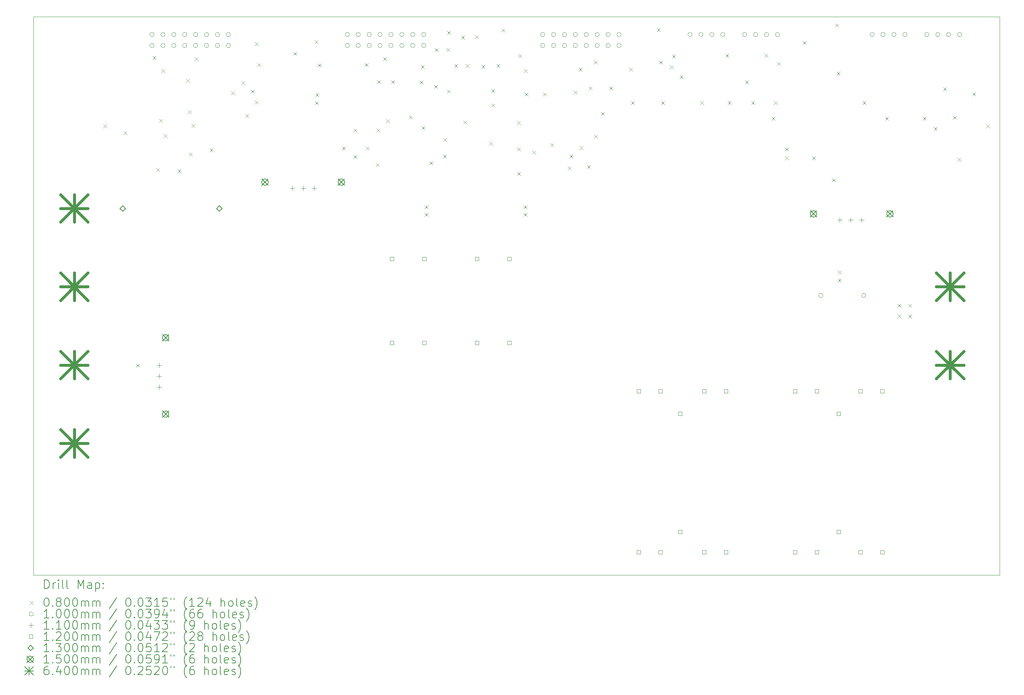
<source format=gbr>
%FSLAX45Y45*%
G04 Gerber Fmt 4.5, Leading zero omitted, Abs format (unit mm)*
G04 Created by KiCad (PCBNEW (6.0.6)) date 2023-08-29 14:34:49*
%MOMM*%
%LPD*%
G01*
G04 APERTURE LIST*
%TA.AperFunction,Profile*%
%ADD10C,0.100000*%
%TD*%
%ADD11C,0.200000*%
%ADD12C,0.080000*%
%ADD13C,0.100000*%
%ADD14C,0.110000*%
%ADD15C,0.120000*%
%ADD16C,0.130000*%
%ADD17C,0.150000*%
%ADD18C,0.640000*%
G04 APERTURE END LIST*
D10*
X1300000Y-15380000D02*
X23800000Y-15380000D01*
X23800000Y-2380000D02*
X23800000Y-15380000D01*
X23800000Y-2380000D02*
X1300000Y-2380000D01*
X1300000Y-2380000D02*
X1300000Y-15380000D01*
D11*
D12*
X2925000Y-4885000D02*
X3005000Y-4965000D01*
X3005000Y-4885000D02*
X2925000Y-4965000D01*
X3395000Y-5045000D02*
X3475000Y-5125000D01*
X3475000Y-5045000D02*
X3395000Y-5125000D01*
X3685000Y-10460000D02*
X3765000Y-10540000D01*
X3765000Y-10460000D02*
X3685000Y-10540000D01*
X4070000Y-3295000D02*
X4150000Y-3375000D01*
X4150000Y-3295000D02*
X4070000Y-3375000D01*
X4155000Y-5905000D02*
X4235000Y-5985000D01*
X4235000Y-5905000D02*
X4155000Y-5985000D01*
X4225000Y-4755000D02*
X4305000Y-4835000D01*
X4305000Y-4755000D02*
X4225000Y-4835000D01*
X4280000Y-3600000D02*
X4360000Y-3680000D01*
X4360000Y-3600000D02*
X4280000Y-3680000D01*
X4330000Y-5115000D02*
X4410000Y-5195000D01*
X4410000Y-5115000D02*
X4330000Y-5195000D01*
X4655000Y-5935000D02*
X4735000Y-6015000D01*
X4735000Y-5935000D02*
X4655000Y-6015000D01*
X4855000Y-3830000D02*
X4935000Y-3910000D01*
X4935000Y-3830000D02*
X4855000Y-3910000D01*
X4895000Y-4555000D02*
X4975000Y-4635000D01*
X4975000Y-4555000D02*
X4895000Y-4635000D01*
X4920000Y-5545000D02*
X5000000Y-5625000D01*
X5000000Y-5545000D02*
X4920000Y-5625000D01*
X4975000Y-4875000D02*
X5055000Y-4955000D01*
X5055000Y-4875000D02*
X4975000Y-4955000D01*
X5050000Y-3320000D02*
X5130000Y-3400000D01*
X5130000Y-3320000D02*
X5050000Y-3400000D01*
X5400000Y-5445000D02*
X5480000Y-5525000D01*
X5480000Y-5445000D02*
X5400000Y-5525000D01*
X5905000Y-4115000D02*
X5985000Y-4195000D01*
X5985000Y-4115000D02*
X5905000Y-4195000D01*
X6140000Y-3880000D02*
X6220000Y-3960000D01*
X6220000Y-3880000D02*
X6140000Y-3960000D01*
X6230000Y-4645000D02*
X6310000Y-4725000D01*
X6310000Y-4645000D02*
X6230000Y-4725000D01*
X6360000Y-4080000D02*
X6440000Y-4160000D01*
X6440000Y-4080000D02*
X6360000Y-4160000D01*
X6450683Y-4333929D02*
X6530683Y-4413929D01*
X6530683Y-4333929D02*
X6450683Y-4413929D01*
X6455000Y-2975000D02*
X6535000Y-3055000D01*
X6535000Y-2975000D02*
X6455000Y-3055000D01*
X6510000Y-3460000D02*
X6590000Y-3540000D01*
X6590000Y-3460000D02*
X6510000Y-3540000D01*
X7350000Y-3200000D02*
X7430000Y-3280000D01*
X7430000Y-3200000D02*
X7350000Y-3280000D01*
X7845000Y-2925000D02*
X7925000Y-3005000D01*
X7925000Y-2925000D02*
X7845000Y-3005000D01*
X7850000Y-4350000D02*
X7930000Y-4430000D01*
X7930000Y-4350000D02*
X7850000Y-4430000D01*
X7865000Y-4160000D02*
X7945000Y-4240000D01*
X7945000Y-4160000D02*
X7865000Y-4240000D01*
X7920000Y-3470000D02*
X8000000Y-3550000D01*
X8000000Y-3470000D02*
X7920000Y-3550000D01*
X8480000Y-5405000D02*
X8560000Y-5485000D01*
X8560000Y-5405000D02*
X8480000Y-5485000D01*
X8750000Y-5600000D02*
X8830000Y-5680000D01*
X8830000Y-5600000D02*
X8750000Y-5680000D01*
X8755000Y-4985000D02*
X8835000Y-5065000D01*
X8835000Y-4985000D02*
X8755000Y-5065000D01*
X9010000Y-3460000D02*
X9090000Y-3540000D01*
X9090000Y-3460000D02*
X9010000Y-3540000D01*
X9035000Y-5405000D02*
X9115000Y-5485000D01*
X9115000Y-5405000D02*
X9035000Y-5485000D01*
X9270000Y-5790000D02*
X9350000Y-5870000D01*
X9350000Y-5790000D02*
X9270000Y-5870000D01*
X9285000Y-4983750D02*
X9365000Y-5063750D01*
X9365000Y-4983750D02*
X9285000Y-5063750D01*
X9300000Y-3860000D02*
X9380000Y-3940000D01*
X9380000Y-3860000D02*
X9300000Y-3940000D01*
X9440000Y-3320000D02*
X9520000Y-3400000D01*
X9520000Y-3320000D02*
X9440000Y-3400000D01*
X9510000Y-4770000D02*
X9590000Y-4850000D01*
X9590000Y-4770000D02*
X9510000Y-4850000D01*
X9630000Y-3860000D02*
X9710000Y-3940000D01*
X9710000Y-3860000D02*
X9630000Y-3940000D01*
X10040000Y-4680000D02*
X10120000Y-4760000D01*
X10120000Y-4680000D02*
X10040000Y-4760000D01*
X10290000Y-3865000D02*
X10370000Y-3945000D01*
X10370000Y-3865000D02*
X10290000Y-3945000D01*
X10320000Y-3505000D02*
X10400000Y-3585000D01*
X10400000Y-3505000D02*
X10320000Y-3585000D01*
X10335000Y-4930000D02*
X10415000Y-5010000D01*
X10415000Y-4930000D02*
X10335000Y-5010000D01*
X10410000Y-6770000D02*
X10490000Y-6850000D01*
X10490000Y-6770000D02*
X10410000Y-6850000D01*
X10410000Y-6950000D02*
X10490000Y-7030000D01*
X10490000Y-6950000D02*
X10410000Y-7030000D01*
X10517500Y-5745000D02*
X10597500Y-5825000D01*
X10597500Y-5745000D02*
X10517500Y-5825000D01*
X10630000Y-3970000D02*
X10710000Y-4050000D01*
X10710000Y-3970000D02*
X10630000Y-4050000D01*
X10645000Y-3115000D02*
X10725000Y-3195000D01*
X10725000Y-3115000D02*
X10645000Y-3195000D01*
X10835000Y-5590000D02*
X10915000Y-5670000D01*
X10915000Y-5590000D02*
X10835000Y-5670000D01*
X10842500Y-5205000D02*
X10922500Y-5285000D01*
X10922500Y-5205000D02*
X10842500Y-5285000D01*
X10910000Y-3105000D02*
X10990000Y-3185000D01*
X10990000Y-3105000D02*
X10910000Y-3185000D01*
X10930000Y-2710000D02*
X11010000Y-2790000D01*
X11010000Y-2710000D02*
X10930000Y-2790000D01*
X10930000Y-4080000D02*
X11010000Y-4160000D01*
X11010000Y-4080000D02*
X10930000Y-4160000D01*
X11100000Y-3480000D02*
X11180000Y-3560000D01*
X11180000Y-3480000D02*
X11100000Y-3560000D01*
X11260000Y-2820000D02*
X11340000Y-2900000D01*
X11340000Y-2820000D02*
X11260000Y-2900000D01*
X11310000Y-4800000D02*
X11390000Y-4880000D01*
X11390000Y-4800000D02*
X11310000Y-4880000D01*
X11365000Y-3480000D02*
X11445000Y-3560000D01*
X11445000Y-3480000D02*
X11365000Y-3560000D01*
X11580000Y-2810000D02*
X11660000Y-2890000D01*
X11660000Y-2810000D02*
X11580000Y-2890000D01*
X11735000Y-3500000D02*
X11815000Y-3580000D01*
X11815000Y-3500000D02*
X11735000Y-3580000D01*
X11915000Y-5295000D02*
X11995000Y-5375000D01*
X11995000Y-5295000D02*
X11915000Y-5375000D01*
X11960000Y-4065000D02*
X12040000Y-4145000D01*
X12040000Y-4065000D02*
X11960000Y-4145000D01*
X11960000Y-4400000D02*
X12040000Y-4480000D01*
X12040000Y-4400000D02*
X11960000Y-4480000D01*
X12080000Y-3480000D02*
X12160000Y-3560000D01*
X12160000Y-3480000D02*
X12080000Y-3560000D01*
X12200000Y-2655000D02*
X12280000Y-2735000D01*
X12280000Y-2655000D02*
X12200000Y-2735000D01*
X12560000Y-4809750D02*
X12640000Y-4889750D01*
X12640000Y-4809750D02*
X12560000Y-4889750D01*
X12565000Y-5425000D02*
X12645000Y-5505000D01*
X12645000Y-5425000D02*
X12565000Y-5505000D01*
X12565000Y-5995000D02*
X12645000Y-6075000D01*
X12645000Y-5995000D02*
X12565000Y-6075000D01*
X12590000Y-3250000D02*
X12670000Y-3330000D01*
X12670000Y-3250000D02*
X12590000Y-3330000D01*
X12710000Y-6770000D02*
X12790000Y-6850000D01*
X12790000Y-6770000D02*
X12710000Y-6850000D01*
X12710000Y-6950000D02*
X12790000Y-7030000D01*
X12790000Y-6950000D02*
X12710000Y-7030000D01*
X12720000Y-3600000D02*
X12800000Y-3680000D01*
X12800000Y-3600000D02*
X12720000Y-3680000D01*
X12735000Y-4145000D02*
X12815000Y-4225000D01*
X12815000Y-4145000D02*
X12735000Y-4225000D01*
X12915000Y-5495000D02*
X12995000Y-5575000D01*
X12995000Y-5495000D02*
X12915000Y-5575000D01*
X13165000Y-4145000D02*
X13245000Y-4225000D01*
X13245000Y-4145000D02*
X13165000Y-4225000D01*
X13335000Y-5325000D02*
X13415000Y-5405000D01*
X13415000Y-5325000D02*
X13335000Y-5405000D01*
X13740000Y-5865000D02*
X13820000Y-5945000D01*
X13820000Y-5865000D02*
X13740000Y-5945000D01*
X13780000Y-5590000D02*
X13860000Y-5670000D01*
X13860000Y-5590000D02*
X13780000Y-5670000D01*
X13880000Y-4100000D02*
X13960000Y-4180000D01*
X13960000Y-4100000D02*
X13880000Y-4180000D01*
X13995000Y-3565000D02*
X14075000Y-3645000D01*
X14075000Y-3565000D02*
X13995000Y-3645000D01*
X14016000Y-5395000D02*
X14096000Y-5475000D01*
X14096000Y-5395000D02*
X14016000Y-5475000D01*
X14190000Y-5835000D02*
X14270000Y-5915000D01*
X14270000Y-5835000D02*
X14190000Y-5915000D01*
X14230000Y-4000000D02*
X14310000Y-4080000D01*
X14310000Y-4000000D02*
X14230000Y-4080000D01*
X14350000Y-3400000D02*
X14430000Y-3480000D01*
X14430000Y-3400000D02*
X14350000Y-3480000D01*
X14360000Y-5130000D02*
X14440000Y-5210000D01*
X14440000Y-5130000D02*
X14360000Y-5210000D01*
X14515000Y-4595000D02*
X14595000Y-4675000D01*
X14595000Y-4595000D02*
X14515000Y-4675000D01*
X14710000Y-4000000D02*
X14790000Y-4080000D01*
X14790000Y-4000000D02*
X14710000Y-4080000D01*
X15165000Y-3565000D02*
X15245000Y-3645000D01*
X15245000Y-3565000D02*
X15165000Y-3645000D01*
X15215000Y-4345000D02*
X15295000Y-4425000D01*
X15295000Y-4345000D02*
X15215000Y-4425000D01*
X15815000Y-2645000D02*
X15895000Y-2725000D01*
X15895000Y-2645000D02*
X15815000Y-2725000D01*
X15870000Y-3400000D02*
X15950000Y-3480000D01*
X15950000Y-3400000D02*
X15870000Y-3480000D01*
X15915000Y-4345000D02*
X15995000Y-4425000D01*
X15995000Y-4345000D02*
X15915000Y-4425000D01*
X16125000Y-3515000D02*
X16205000Y-3595000D01*
X16205000Y-3515000D02*
X16125000Y-3595000D01*
X16170000Y-3260000D02*
X16250000Y-3340000D01*
X16250000Y-3260000D02*
X16170000Y-3340000D01*
X16350000Y-3745000D02*
X16430000Y-3825000D01*
X16430000Y-3745000D02*
X16350000Y-3825000D01*
X16825000Y-4345000D02*
X16905000Y-4425000D01*
X16905000Y-4345000D02*
X16825000Y-4425000D01*
X17415000Y-3245000D02*
X17495000Y-3325000D01*
X17495000Y-3245000D02*
X17415000Y-3325000D01*
X17465000Y-4345000D02*
X17545000Y-4425000D01*
X17545000Y-4345000D02*
X17465000Y-4425000D01*
X17872500Y-3862500D02*
X17952500Y-3942500D01*
X17952500Y-3862500D02*
X17872500Y-3942500D01*
X18015000Y-4345000D02*
X18095000Y-4425000D01*
X18095000Y-4345000D02*
X18015000Y-4425000D01*
X18325000Y-3242500D02*
X18405000Y-3322500D01*
X18405000Y-3242500D02*
X18325000Y-3322500D01*
X18490000Y-4710000D02*
X18570000Y-4790000D01*
X18570000Y-4710000D02*
X18490000Y-4790000D01*
X18545000Y-4345000D02*
X18625000Y-4425000D01*
X18625000Y-4345000D02*
X18545000Y-4425000D01*
X18615000Y-3435000D02*
X18695000Y-3515000D01*
X18695000Y-3435000D02*
X18615000Y-3515000D01*
X18800000Y-5423750D02*
X18880000Y-5503750D01*
X18880000Y-5423750D02*
X18800000Y-5503750D01*
X18800000Y-5630000D02*
X18880000Y-5710000D01*
X18880000Y-5630000D02*
X18800000Y-5710000D01*
X19215000Y-2945000D02*
X19295000Y-3025000D01*
X19295000Y-2945000D02*
X19215000Y-3025000D01*
X19430000Y-5632500D02*
X19510000Y-5712500D01*
X19510000Y-5632500D02*
X19430000Y-5712500D01*
X19890000Y-6142500D02*
X19970000Y-6222500D01*
X19970000Y-6142500D02*
X19890000Y-6222500D01*
X19970000Y-2535000D02*
X20050000Y-2615000D01*
X20050000Y-2535000D02*
X19970000Y-2615000D01*
X20005000Y-3660000D02*
X20085000Y-3740000D01*
X20085000Y-3660000D02*
X20005000Y-3740000D01*
X20030000Y-8475000D02*
X20110000Y-8555000D01*
X20110000Y-8475000D02*
X20030000Y-8555000D01*
X20035000Y-8290000D02*
X20115000Y-8370000D01*
X20115000Y-8290000D02*
X20035000Y-8370000D01*
X20605000Y-4345000D02*
X20685000Y-4425000D01*
X20685000Y-4345000D02*
X20605000Y-4425000D01*
X21130000Y-4710000D02*
X21210000Y-4790000D01*
X21210000Y-4710000D02*
X21130000Y-4790000D01*
X21425000Y-9065000D02*
X21505000Y-9145000D01*
X21505000Y-9065000D02*
X21425000Y-9145000D01*
X21425000Y-9315000D02*
X21505000Y-9395000D01*
X21505000Y-9315000D02*
X21425000Y-9395000D01*
X21675000Y-9065000D02*
X21755000Y-9145000D01*
X21755000Y-9065000D02*
X21675000Y-9145000D01*
X21675000Y-9315000D02*
X21755000Y-9395000D01*
X21755000Y-9315000D02*
X21675000Y-9395000D01*
X22010000Y-4710000D02*
X22090000Y-4790000D01*
X22090000Y-4710000D02*
X22010000Y-4790000D01*
X22265000Y-4945000D02*
X22345000Y-5025000D01*
X22345000Y-4945000D02*
X22265000Y-5025000D01*
X22485000Y-4022500D02*
X22565000Y-4102500D01*
X22565000Y-4022500D02*
X22485000Y-4102500D01*
X22710000Y-4690000D02*
X22790000Y-4770000D01*
X22790000Y-4690000D02*
X22710000Y-4770000D01*
X22820000Y-5665000D02*
X22900000Y-5745000D01*
X22900000Y-5665000D02*
X22820000Y-5745000D01*
X23163250Y-4142500D02*
X23243250Y-4222500D01*
X23243250Y-4142500D02*
X23163250Y-4222500D01*
X23487500Y-4887500D02*
X23567500Y-4967500D01*
X23567500Y-4887500D02*
X23487500Y-4967500D01*
D13*
X4107000Y-2794000D02*
G75*
G03*
X4107000Y-2794000I-50000J0D01*
G01*
X4107000Y-3048000D02*
G75*
G03*
X4107000Y-3048000I-50000J0D01*
G01*
X4361000Y-2794000D02*
G75*
G03*
X4361000Y-2794000I-50000J0D01*
G01*
X4361000Y-3048000D02*
G75*
G03*
X4361000Y-3048000I-50000J0D01*
G01*
X4615000Y-2794000D02*
G75*
G03*
X4615000Y-2794000I-50000J0D01*
G01*
X4615000Y-3048000D02*
G75*
G03*
X4615000Y-3048000I-50000J0D01*
G01*
X4869000Y-2794000D02*
G75*
G03*
X4869000Y-2794000I-50000J0D01*
G01*
X4869000Y-3048000D02*
G75*
G03*
X4869000Y-3048000I-50000J0D01*
G01*
X5123000Y-2794000D02*
G75*
G03*
X5123000Y-2794000I-50000J0D01*
G01*
X5123000Y-3048000D02*
G75*
G03*
X5123000Y-3048000I-50000J0D01*
G01*
X5377000Y-2794000D02*
G75*
G03*
X5377000Y-2794000I-50000J0D01*
G01*
X5377000Y-3048000D02*
G75*
G03*
X5377000Y-3048000I-50000J0D01*
G01*
X5631000Y-2794000D02*
G75*
G03*
X5631000Y-2794000I-50000J0D01*
G01*
X5631000Y-3048000D02*
G75*
G03*
X5631000Y-3048000I-50000J0D01*
G01*
X5885000Y-2794000D02*
G75*
G03*
X5885000Y-2794000I-50000J0D01*
G01*
X5885000Y-3048000D02*
G75*
G03*
X5885000Y-3048000I-50000J0D01*
G01*
X8657000Y-2794000D02*
G75*
G03*
X8657000Y-2794000I-50000J0D01*
G01*
X8657000Y-3048000D02*
G75*
G03*
X8657000Y-3048000I-50000J0D01*
G01*
X8911000Y-2794000D02*
G75*
G03*
X8911000Y-2794000I-50000J0D01*
G01*
X8911000Y-3048000D02*
G75*
G03*
X8911000Y-3048000I-50000J0D01*
G01*
X9165000Y-2794000D02*
G75*
G03*
X9165000Y-2794000I-50000J0D01*
G01*
X9165000Y-3048000D02*
G75*
G03*
X9165000Y-3048000I-50000J0D01*
G01*
X9419000Y-2794000D02*
G75*
G03*
X9419000Y-2794000I-50000J0D01*
G01*
X9419000Y-3048000D02*
G75*
G03*
X9419000Y-3048000I-50000J0D01*
G01*
X9673000Y-2794000D02*
G75*
G03*
X9673000Y-2794000I-50000J0D01*
G01*
X9673000Y-3048000D02*
G75*
G03*
X9673000Y-3048000I-50000J0D01*
G01*
X9927000Y-2794000D02*
G75*
G03*
X9927000Y-2794000I-50000J0D01*
G01*
X9927000Y-3048000D02*
G75*
G03*
X9927000Y-3048000I-50000J0D01*
G01*
X10181000Y-2794000D02*
G75*
G03*
X10181000Y-2794000I-50000J0D01*
G01*
X10181000Y-3048000D02*
G75*
G03*
X10181000Y-3048000I-50000J0D01*
G01*
X10435000Y-2794000D02*
G75*
G03*
X10435000Y-2794000I-50000J0D01*
G01*
X10435000Y-3048000D02*
G75*
G03*
X10435000Y-3048000I-50000J0D01*
G01*
X13207000Y-2794000D02*
G75*
G03*
X13207000Y-2794000I-50000J0D01*
G01*
X13207000Y-3048000D02*
G75*
G03*
X13207000Y-3048000I-50000J0D01*
G01*
X13461000Y-2794000D02*
G75*
G03*
X13461000Y-2794000I-50000J0D01*
G01*
X13461000Y-3048000D02*
G75*
G03*
X13461000Y-3048000I-50000J0D01*
G01*
X13715000Y-2794000D02*
G75*
G03*
X13715000Y-2794000I-50000J0D01*
G01*
X13715000Y-3048000D02*
G75*
G03*
X13715000Y-3048000I-50000J0D01*
G01*
X13969000Y-2794000D02*
G75*
G03*
X13969000Y-2794000I-50000J0D01*
G01*
X13969000Y-3048000D02*
G75*
G03*
X13969000Y-3048000I-50000J0D01*
G01*
X14223000Y-2794000D02*
G75*
G03*
X14223000Y-2794000I-50000J0D01*
G01*
X14223000Y-3048000D02*
G75*
G03*
X14223000Y-3048000I-50000J0D01*
G01*
X14477000Y-2794000D02*
G75*
G03*
X14477000Y-2794000I-50000J0D01*
G01*
X14477000Y-3048000D02*
G75*
G03*
X14477000Y-3048000I-50000J0D01*
G01*
X14731000Y-2794000D02*
G75*
G03*
X14731000Y-2794000I-50000J0D01*
G01*
X14731000Y-3048000D02*
G75*
G03*
X14731000Y-3048000I-50000J0D01*
G01*
X14985000Y-2794000D02*
G75*
G03*
X14985000Y-2794000I-50000J0D01*
G01*
X14985000Y-3048000D02*
G75*
G03*
X14985000Y-3048000I-50000J0D01*
G01*
X16639000Y-2794000D02*
G75*
G03*
X16639000Y-2794000I-50000J0D01*
G01*
X16893000Y-2794000D02*
G75*
G03*
X16893000Y-2794000I-50000J0D01*
G01*
X17147000Y-2794000D02*
G75*
G03*
X17147000Y-2794000I-50000J0D01*
G01*
X17401000Y-2794000D02*
G75*
G03*
X17401000Y-2794000I-50000J0D01*
G01*
X17913000Y-2794000D02*
G75*
G03*
X17913000Y-2794000I-50000J0D01*
G01*
X18167000Y-2794000D02*
G75*
G03*
X18167000Y-2794000I-50000J0D01*
G01*
X18421000Y-2794000D02*
G75*
G03*
X18421000Y-2794000I-50000J0D01*
G01*
X18675000Y-2794000D02*
G75*
G03*
X18675000Y-2794000I-50000J0D01*
G01*
X19685000Y-8870000D02*
G75*
G03*
X19685000Y-8870000I-50000J0D01*
G01*
X20685000Y-8870000D02*
G75*
G03*
X20685000Y-8870000I-50000J0D01*
G01*
X20881000Y-2794000D02*
G75*
G03*
X20881000Y-2794000I-50000J0D01*
G01*
X21135000Y-2794000D02*
G75*
G03*
X21135000Y-2794000I-50000J0D01*
G01*
X21389000Y-2794000D02*
G75*
G03*
X21389000Y-2794000I-50000J0D01*
G01*
X21643000Y-2794000D02*
G75*
G03*
X21643000Y-2794000I-50000J0D01*
G01*
X22156000Y-2794000D02*
G75*
G03*
X22156000Y-2794000I-50000J0D01*
G01*
X22410000Y-2794000D02*
G75*
G03*
X22410000Y-2794000I-50000J0D01*
G01*
X22664000Y-2794000D02*
G75*
G03*
X22664000Y-2794000I-50000J0D01*
G01*
X22918000Y-2794000D02*
G75*
G03*
X22918000Y-2794000I-50000J0D01*
G01*
D14*
X4225000Y-10440000D02*
X4225000Y-10550000D01*
X4170000Y-10495000D02*
X4280000Y-10495000D01*
X4225000Y-10694000D02*
X4225000Y-10804000D01*
X4170000Y-10749000D02*
X4280000Y-10749000D01*
X4225000Y-10948000D02*
X4225000Y-11058000D01*
X4170000Y-11003000D02*
X4280000Y-11003000D01*
X7325000Y-6319500D02*
X7325000Y-6429500D01*
X7270000Y-6374500D02*
X7380000Y-6374500D01*
X7579000Y-6319500D02*
X7579000Y-6429500D01*
X7524000Y-6374500D02*
X7634000Y-6374500D01*
X7833000Y-6319500D02*
X7833000Y-6429500D01*
X7778000Y-6374500D02*
X7888000Y-6374500D01*
X20077000Y-7060000D02*
X20077000Y-7170000D01*
X20022000Y-7115000D02*
X20132000Y-7115000D01*
X20331000Y-7060000D02*
X20331000Y-7170000D01*
X20276000Y-7115000D02*
X20386000Y-7115000D01*
X20585000Y-7060000D02*
X20585000Y-7170000D01*
X20530000Y-7115000D02*
X20640000Y-7115000D01*
D15*
X9687983Y-8059805D02*
X9687983Y-7974951D01*
X9603129Y-7974951D01*
X9603129Y-8059805D01*
X9687983Y-8059805D01*
X9690205Y-10012427D02*
X9690205Y-9927573D01*
X9605351Y-9927573D01*
X9605351Y-10012427D01*
X9690205Y-10012427D01*
X10437983Y-8059805D02*
X10437983Y-7974951D01*
X10353129Y-7974951D01*
X10353129Y-8059805D01*
X10437983Y-8059805D01*
X10440205Y-10012427D02*
X10440205Y-9927573D01*
X10355351Y-9927573D01*
X10355351Y-10012427D01*
X10440205Y-10012427D01*
X11667427Y-8062427D02*
X11667427Y-7977573D01*
X11582573Y-7977573D01*
X11582573Y-8062427D01*
X11667427Y-8062427D01*
X11667427Y-10017427D02*
X11667427Y-9932573D01*
X11582573Y-9932573D01*
X11582573Y-10017427D01*
X11667427Y-10017427D01*
X12417427Y-8062427D02*
X12417427Y-7977573D01*
X12332573Y-7977573D01*
X12332573Y-8062427D01*
X12417427Y-8062427D01*
X12417427Y-10017427D02*
X12417427Y-9932573D01*
X12332573Y-9932573D01*
X12332573Y-10017427D01*
X12417427Y-10017427D01*
X15437427Y-11142827D02*
X15437427Y-11057973D01*
X15352573Y-11057973D01*
X15352573Y-11142827D01*
X15437427Y-11142827D01*
X15437427Y-14892827D02*
X15437427Y-14807973D01*
X15352573Y-14807973D01*
X15352573Y-14892827D01*
X15437427Y-14892827D01*
X15942427Y-11142827D02*
X15942427Y-11057973D01*
X15857573Y-11057973D01*
X15857573Y-11142827D01*
X15942427Y-11142827D01*
X15942427Y-14892827D02*
X15942427Y-14807973D01*
X15857573Y-14807973D01*
X15857573Y-14892827D01*
X15942427Y-14892827D01*
X16401627Y-11668227D02*
X16401627Y-11583373D01*
X16316773Y-11583373D01*
X16316773Y-11668227D01*
X16401627Y-11668227D01*
X16401627Y-14418227D02*
X16401627Y-14333373D01*
X16316773Y-14333373D01*
X16316773Y-14418227D01*
X16401627Y-14418227D01*
X16962427Y-11142827D02*
X16962427Y-11057973D01*
X16877573Y-11057973D01*
X16877573Y-11142827D01*
X16962427Y-11142827D01*
X16962427Y-14892827D02*
X16962427Y-14807973D01*
X16877573Y-14807973D01*
X16877573Y-14892827D01*
X16962427Y-14892827D01*
X17467427Y-11142827D02*
X17467427Y-11057973D01*
X17382573Y-11057973D01*
X17382573Y-11142827D01*
X17467427Y-11142827D01*
X17467427Y-14892827D02*
X17467427Y-14807973D01*
X17382573Y-14807973D01*
X17382573Y-14892827D01*
X17467427Y-14892827D01*
X19077427Y-11142427D02*
X19077427Y-11057573D01*
X18992573Y-11057573D01*
X18992573Y-11142427D01*
X19077427Y-11142427D01*
X19077427Y-14892427D02*
X19077427Y-14807573D01*
X18992573Y-14807573D01*
X18992573Y-14892427D01*
X19077427Y-14892427D01*
X19582427Y-11142427D02*
X19582427Y-11057573D01*
X19497573Y-11057573D01*
X19497573Y-11142427D01*
X19582427Y-11142427D01*
X19582427Y-14892427D02*
X19582427Y-14807573D01*
X19497573Y-14807573D01*
X19497573Y-14892427D01*
X19582427Y-14892427D01*
X20092427Y-11667827D02*
X20092427Y-11582973D01*
X20007573Y-11582973D01*
X20007573Y-11667827D01*
X20092427Y-11667827D01*
X20092427Y-14417827D02*
X20092427Y-14332973D01*
X20007573Y-14332973D01*
X20007573Y-14417827D01*
X20092427Y-14417827D01*
X20602427Y-11142427D02*
X20602427Y-11057573D01*
X20517573Y-11057573D01*
X20517573Y-11142427D01*
X20602427Y-11142427D01*
X20602427Y-14892427D02*
X20602427Y-14807573D01*
X20517573Y-14807573D01*
X20517573Y-14892427D01*
X20602427Y-14892427D01*
X21107427Y-11142427D02*
X21107427Y-11057573D01*
X21022573Y-11057573D01*
X21022573Y-11142427D01*
X21107427Y-11142427D01*
X21107427Y-14892427D02*
X21107427Y-14807573D01*
X21022573Y-14807573D01*
X21022573Y-14892427D01*
X21107427Y-14892427D01*
D16*
X3375000Y-6910000D02*
X3440000Y-6845000D01*
X3375000Y-6780000D01*
X3310000Y-6845000D01*
X3375000Y-6910000D01*
X5625000Y-6910000D02*
X5690000Y-6845000D01*
X5625000Y-6780000D01*
X5560000Y-6845000D01*
X5625000Y-6910000D01*
D17*
X4300000Y-9780000D02*
X4450000Y-9930000D01*
X4450000Y-9780000D02*
X4300000Y-9930000D01*
X4450000Y-9855000D02*
G75*
G03*
X4450000Y-9855000I-75000J0D01*
G01*
X4300000Y-11560000D02*
X4450000Y-11710000D01*
X4450000Y-11560000D02*
X4300000Y-11710000D01*
X4450000Y-11635000D02*
G75*
G03*
X4450000Y-11635000I-75000J0D01*
G01*
X6614000Y-6155000D02*
X6764000Y-6305000D01*
X6764000Y-6155000D02*
X6614000Y-6305000D01*
X6764000Y-6230000D02*
G75*
G03*
X6764000Y-6230000I-75000J0D01*
G01*
X8394000Y-6155000D02*
X8544000Y-6305000D01*
X8544000Y-6155000D02*
X8394000Y-6305000D01*
X8544000Y-6230000D02*
G75*
G03*
X8544000Y-6230000I-75000J0D01*
G01*
X19390000Y-6895000D02*
X19540000Y-7045000D01*
X19540000Y-6895000D02*
X19390000Y-7045000D01*
X19540000Y-6970000D02*
G75*
G03*
X19540000Y-6970000I-75000J0D01*
G01*
X21170000Y-6895000D02*
X21320000Y-7045000D01*
X21320000Y-6895000D02*
X21170000Y-7045000D01*
X21320000Y-6970000D02*
G75*
G03*
X21320000Y-6970000I-75000J0D01*
G01*
D18*
X1930000Y-6525000D02*
X2570000Y-7165000D01*
X2570000Y-6525000D02*
X1930000Y-7165000D01*
X2250000Y-6525000D02*
X2250000Y-7165000D01*
X1930000Y-6845000D02*
X2570000Y-6845000D01*
X1930000Y-8350000D02*
X2570000Y-8990000D01*
X2570000Y-8350000D02*
X1930000Y-8990000D01*
X2250000Y-8350000D02*
X2250000Y-8990000D01*
X1930000Y-8670000D02*
X2570000Y-8670000D01*
X1930000Y-10175000D02*
X2570000Y-10815000D01*
X2570000Y-10175000D02*
X1930000Y-10815000D01*
X2250000Y-10175000D02*
X2250000Y-10815000D01*
X1930000Y-10495000D02*
X2570000Y-10495000D01*
X1930000Y-12000000D02*
X2570000Y-12640000D01*
X2570000Y-12000000D02*
X1930000Y-12640000D01*
X2250000Y-12000000D02*
X2250000Y-12640000D01*
X1930000Y-12320000D02*
X2570000Y-12320000D01*
X22330000Y-8350000D02*
X22970000Y-8990000D01*
X22970000Y-8350000D02*
X22330000Y-8990000D01*
X22650000Y-8350000D02*
X22650000Y-8990000D01*
X22330000Y-8670000D02*
X22970000Y-8670000D01*
X22330000Y-10175000D02*
X22970000Y-10815000D01*
X22970000Y-10175000D02*
X22330000Y-10815000D01*
X22650000Y-10175000D02*
X22650000Y-10815000D01*
X22330000Y-10495000D02*
X22970000Y-10495000D01*
D11*
X1552619Y-15695476D02*
X1552619Y-15495476D01*
X1600238Y-15495476D01*
X1628809Y-15505000D01*
X1647857Y-15524048D01*
X1657381Y-15543095D01*
X1666905Y-15581190D01*
X1666905Y-15609762D01*
X1657381Y-15647857D01*
X1647857Y-15666905D01*
X1628809Y-15685952D01*
X1600238Y-15695476D01*
X1552619Y-15695476D01*
X1752619Y-15695476D02*
X1752619Y-15562143D01*
X1752619Y-15600238D02*
X1762143Y-15581190D01*
X1771667Y-15571667D01*
X1790714Y-15562143D01*
X1809762Y-15562143D01*
X1876428Y-15695476D02*
X1876428Y-15562143D01*
X1876428Y-15495476D02*
X1866905Y-15505000D01*
X1876428Y-15514524D01*
X1885952Y-15505000D01*
X1876428Y-15495476D01*
X1876428Y-15514524D01*
X2000238Y-15695476D02*
X1981190Y-15685952D01*
X1971667Y-15666905D01*
X1971667Y-15495476D01*
X2105000Y-15695476D02*
X2085952Y-15685952D01*
X2076428Y-15666905D01*
X2076428Y-15495476D01*
X2333571Y-15695476D02*
X2333571Y-15495476D01*
X2400238Y-15638333D01*
X2466905Y-15495476D01*
X2466905Y-15695476D01*
X2647857Y-15695476D02*
X2647857Y-15590714D01*
X2638333Y-15571667D01*
X2619286Y-15562143D01*
X2581190Y-15562143D01*
X2562143Y-15571667D01*
X2647857Y-15685952D02*
X2628810Y-15695476D01*
X2581190Y-15695476D01*
X2562143Y-15685952D01*
X2552619Y-15666905D01*
X2552619Y-15647857D01*
X2562143Y-15628809D01*
X2581190Y-15619286D01*
X2628810Y-15619286D01*
X2647857Y-15609762D01*
X2743095Y-15562143D02*
X2743095Y-15762143D01*
X2743095Y-15571667D02*
X2762143Y-15562143D01*
X2800238Y-15562143D01*
X2819286Y-15571667D01*
X2828809Y-15581190D01*
X2838333Y-15600238D01*
X2838333Y-15657381D01*
X2828809Y-15676428D01*
X2819286Y-15685952D01*
X2800238Y-15695476D01*
X2762143Y-15695476D01*
X2743095Y-15685952D01*
X2924048Y-15676428D02*
X2933571Y-15685952D01*
X2924048Y-15695476D01*
X2914524Y-15685952D01*
X2924048Y-15676428D01*
X2924048Y-15695476D01*
X2924048Y-15571667D02*
X2933571Y-15581190D01*
X2924048Y-15590714D01*
X2914524Y-15581190D01*
X2924048Y-15571667D01*
X2924048Y-15590714D01*
D12*
X1215000Y-15985000D02*
X1295000Y-16065000D01*
X1295000Y-15985000D02*
X1215000Y-16065000D01*
D11*
X1590714Y-15915476D02*
X1609762Y-15915476D01*
X1628809Y-15925000D01*
X1638333Y-15934524D01*
X1647857Y-15953571D01*
X1657381Y-15991667D01*
X1657381Y-16039286D01*
X1647857Y-16077381D01*
X1638333Y-16096428D01*
X1628809Y-16105952D01*
X1609762Y-16115476D01*
X1590714Y-16115476D01*
X1571667Y-16105952D01*
X1562143Y-16096428D01*
X1552619Y-16077381D01*
X1543095Y-16039286D01*
X1543095Y-15991667D01*
X1552619Y-15953571D01*
X1562143Y-15934524D01*
X1571667Y-15925000D01*
X1590714Y-15915476D01*
X1743095Y-16096428D02*
X1752619Y-16105952D01*
X1743095Y-16115476D01*
X1733571Y-16105952D01*
X1743095Y-16096428D01*
X1743095Y-16115476D01*
X1866905Y-16001190D02*
X1847857Y-15991667D01*
X1838333Y-15982143D01*
X1828809Y-15963095D01*
X1828809Y-15953571D01*
X1838333Y-15934524D01*
X1847857Y-15925000D01*
X1866905Y-15915476D01*
X1905000Y-15915476D01*
X1924048Y-15925000D01*
X1933571Y-15934524D01*
X1943095Y-15953571D01*
X1943095Y-15963095D01*
X1933571Y-15982143D01*
X1924048Y-15991667D01*
X1905000Y-16001190D01*
X1866905Y-16001190D01*
X1847857Y-16010714D01*
X1838333Y-16020238D01*
X1828809Y-16039286D01*
X1828809Y-16077381D01*
X1838333Y-16096428D01*
X1847857Y-16105952D01*
X1866905Y-16115476D01*
X1905000Y-16115476D01*
X1924048Y-16105952D01*
X1933571Y-16096428D01*
X1943095Y-16077381D01*
X1943095Y-16039286D01*
X1933571Y-16020238D01*
X1924048Y-16010714D01*
X1905000Y-16001190D01*
X2066905Y-15915476D02*
X2085952Y-15915476D01*
X2105000Y-15925000D01*
X2114524Y-15934524D01*
X2124048Y-15953571D01*
X2133571Y-15991667D01*
X2133571Y-16039286D01*
X2124048Y-16077381D01*
X2114524Y-16096428D01*
X2105000Y-16105952D01*
X2085952Y-16115476D01*
X2066905Y-16115476D01*
X2047857Y-16105952D01*
X2038333Y-16096428D01*
X2028809Y-16077381D01*
X2019286Y-16039286D01*
X2019286Y-15991667D01*
X2028809Y-15953571D01*
X2038333Y-15934524D01*
X2047857Y-15925000D01*
X2066905Y-15915476D01*
X2257381Y-15915476D02*
X2276429Y-15915476D01*
X2295476Y-15925000D01*
X2305000Y-15934524D01*
X2314524Y-15953571D01*
X2324048Y-15991667D01*
X2324048Y-16039286D01*
X2314524Y-16077381D01*
X2305000Y-16096428D01*
X2295476Y-16105952D01*
X2276429Y-16115476D01*
X2257381Y-16115476D01*
X2238333Y-16105952D01*
X2228810Y-16096428D01*
X2219286Y-16077381D01*
X2209762Y-16039286D01*
X2209762Y-15991667D01*
X2219286Y-15953571D01*
X2228810Y-15934524D01*
X2238333Y-15925000D01*
X2257381Y-15915476D01*
X2409762Y-16115476D02*
X2409762Y-15982143D01*
X2409762Y-16001190D02*
X2419286Y-15991667D01*
X2438333Y-15982143D01*
X2466905Y-15982143D01*
X2485952Y-15991667D01*
X2495476Y-16010714D01*
X2495476Y-16115476D01*
X2495476Y-16010714D02*
X2505000Y-15991667D01*
X2524048Y-15982143D01*
X2552619Y-15982143D01*
X2571667Y-15991667D01*
X2581190Y-16010714D01*
X2581190Y-16115476D01*
X2676429Y-16115476D02*
X2676429Y-15982143D01*
X2676429Y-16001190D02*
X2685952Y-15991667D01*
X2705000Y-15982143D01*
X2733571Y-15982143D01*
X2752619Y-15991667D01*
X2762143Y-16010714D01*
X2762143Y-16115476D01*
X2762143Y-16010714D02*
X2771667Y-15991667D01*
X2790714Y-15982143D01*
X2819286Y-15982143D01*
X2838333Y-15991667D01*
X2847857Y-16010714D01*
X2847857Y-16115476D01*
X3238333Y-15905952D02*
X3066905Y-16163095D01*
X3495476Y-15915476D02*
X3514524Y-15915476D01*
X3533571Y-15925000D01*
X3543095Y-15934524D01*
X3552619Y-15953571D01*
X3562143Y-15991667D01*
X3562143Y-16039286D01*
X3552619Y-16077381D01*
X3543095Y-16096428D01*
X3533571Y-16105952D01*
X3514524Y-16115476D01*
X3495476Y-16115476D01*
X3476428Y-16105952D01*
X3466905Y-16096428D01*
X3457381Y-16077381D01*
X3447857Y-16039286D01*
X3447857Y-15991667D01*
X3457381Y-15953571D01*
X3466905Y-15934524D01*
X3476428Y-15925000D01*
X3495476Y-15915476D01*
X3647857Y-16096428D02*
X3657381Y-16105952D01*
X3647857Y-16115476D01*
X3638333Y-16105952D01*
X3647857Y-16096428D01*
X3647857Y-16115476D01*
X3781190Y-15915476D02*
X3800238Y-15915476D01*
X3819286Y-15925000D01*
X3828809Y-15934524D01*
X3838333Y-15953571D01*
X3847857Y-15991667D01*
X3847857Y-16039286D01*
X3838333Y-16077381D01*
X3828809Y-16096428D01*
X3819286Y-16105952D01*
X3800238Y-16115476D01*
X3781190Y-16115476D01*
X3762143Y-16105952D01*
X3752619Y-16096428D01*
X3743095Y-16077381D01*
X3733571Y-16039286D01*
X3733571Y-15991667D01*
X3743095Y-15953571D01*
X3752619Y-15934524D01*
X3762143Y-15925000D01*
X3781190Y-15915476D01*
X3914524Y-15915476D02*
X4038333Y-15915476D01*
X3971667Y-15991667D01*
X4000238Y-15991667D01*
X4019286Y-16001190D01*
X4028809Y-16010714D01*
X4038333Y-16029762D01*
X4038333Y-16077381D01*
X4028809Y-16096428D01*
X4019286Y-16105952D01*
X4000238Y-16115476D01*
X3943095Y-16115476D01*
X3924048Y-16105952D01*
X3914524Y-16096428D01*
X4228810Y-16115476D02*
X4114524Y-16115476D01*
X4171667Y-16115476D02*
X4171667Y-15915476D01*
X4152619Y-15944048D01*
X4133571Y-15963095D01*
X4114524Y-15972619D01*
X4409762Y-15915476D02*
X4314524Y-15915476D01*
X4305000Y-16010714D01*
X4314524Y-16001190D01*
X4333571Y-15991667D01*
X4381190Y-15991667D01*
X4400238Y-16001190D01*
X4409762Y-16010714D01*
X4419286Y-16029762D01*
X4419286Y-16077381D01*
X4409762Y-16096428D01*
X4400238Y-16105952D01*
X4381190Y-16115476D01*
X4333571Y-16115476D01*
X4314524Y-16105952D01*
X4305000Y-16096428D01*
X4495476Y-15915476D02*
X4495476Y-15953571D01*
X4571667Y-15915476D02*
X4571667Y-15953571D01*
X4866905Y-16191667D02*
X4857381Y-16182143D01*
X4838333Y-16153571D01*
X4828810Y-16134524D01*
X4819286Y-16105952D01*
X4809762Y-16058333D01*
X4809762Y-16020238D01*
X4819286Y-15972619D01*
X4828810Y-15944048D01*
X4838333Y-15925000D01*
X4857381Y-15896428D01*
X4866905Y-15886905D01*
X5047857Y-16115476D02*
X4933571Y-16115476D01*
X4990714Y-16115476D02*
X4990714Y-15915476D01*
X4971667Y-15944048D01*
X4952619Y-15963095D01*
X4933571Y-15972619D01*
X5124048Y-15934524D02*
X5133571Y-15925000D01*
X5152619Y-15915476D01*
X5200238Y-15915476D01*
X5219286Y-15925000D01*
X5228810Y-15934524D01*
X5238333Y-15953571D01*
X5238333Y-15972619D01*
X5228810Y-16001190D01*
X5114524Y-16115476D01*
X5238333Y-16115476D01*
X5409762Y-15982143D02*
X5409762Y-16115476D01*
X5362143Y-15905952D02*
X5314524Y-16048809D01*
X5438333Y-16048809D01*
X5666905Y-16115476D02*
X5666905Y-15915476D01*
X5752619Y-16115476D02*
X5752619Y-16010714D01*
X5743095Y-15991667D01*
X5724048Y-15982143D01*
X5695476Y-15982143D01*
X5676428Y-15991667D01*
X5666905Y-16001190D01*
X5876428Y-16115476D02*
X5857381Y-16105952D01*
X5847857Y-16096428D01*
X5838333Y-16077381D01*
X5838333Y-16020238D01*
X5847857Y-16001190D01*
X5857381Y-15991667D01*
X5876428Y-15982143D01*
X5905000Y-15982143D01*
X5924048Y-15991667D01*
X5933571Y-16001190D01*
X5943095Y-16020238D01*
X5943095Y-16077381D01*
X5933571Y-16096428D01*
X5924048Y-16105952D01*
X5905000Y-16115476D01*
X5876428Y-16115476D01*
X6057381Y-16115476D02*
X6038333Y-16105952D01*
X6028809Y-16086905D01*
X6028809Y-15915476D01*
X6209762Y-16105952D02*
X6190714Y-16115476D01*
X6152619Y-16115476D01*
X6133571Y-16105952D01*
X6124048Y-16086905D01*
X6124048Y-16010714D01*
X6133571Y-15991667D01*
X6152619Y-15982143D01*
X6190714Y-15982143D01*
X6209762Y-15991667D01*
X6219286Y-16010714D01*
X6219286Y-16029762D01*
X6124048Y-16048809D01*
X6295476Y-16105952D02*
X6314524Y-16115476D01*
X6352619Y-16115476D01*
X6371667Y-16105952D01*
X6381190Y-16086905D01*
X6381190Y-16077381D01*
X6371667Y-16058333D01*
X6352619Y-16048809D01*
X6324048Y-16048809D01*
X6305000Y-16039286D01*
X6295476Y-16020238D01*
X6295476Y-16010714D01*
X6305000Y-15991667D01*
X6324048Y-15982143D01*
X6352619Y-15982143D01*
X6371667Y-15991667D01*
X6447857Y-16191667D02*
X6457381Y-16182143D01*
X6476428Y-16153571D01*
X6485952Y-16134524D01*
X6495476Y-16105952D01*
X6505000Y-16058333D01*
X6505000Y-16020238D01*
X6495476Y-15972619D01*
X6485952Y-15944048D01*
X6476428Y-15925000D01*
X6457381Y-15896428D01*
X6447857Y-15886905D01*
D13*
X1295000Y-16289000D02*
G75*
G03*
X1295000Y-16289000I-50000J0D01*
G01*
D11*
X1657381Y-16379476D02*
X1543095Y-16379476D01*
X1600238Y-16379476D02*
X1600238Y-16179476D01*
X1581190Y-16208048D01*
X1562143Y-16227095D01*
X1543095Y-16236619D01*
X1743095Y-16360428D02*
X1752619Y-16369952D01*
X1743095Y-16379476D01*
X1733571Y-16369952D01*
X1743095Y-16360428D01*
X1743095Y-16379476D01*
X1876428Y-16179476D02*
X1895476Y-16179476D01*
X1914524Y-16189000D01*
X1924048Y-16198524D01*
X1933571Y-16217571D01*
X1943095Y-16255667D01*
X1943095Y-16303286D01*
X1933571Y-16341381D01*
X1924048Y-16360428D01*
X1914524Y-16369952D01*
X1895476Y-16379476D01*
X1876428Y-16379476D01*
X1857381Y-16369952D01*
X1847857Y-16360428D01*
X1838333Y-16341381D01*
X1828809Y-16303286D01*
X1828809Y-16255667D01*
X1838333Y-16217571D01*
X1847857Y-16198524D01*
X1857381Y-16189000D01*
X1876428Y-16179476D01*
X2066905Y-16179476D02*
X2085952Y-16179476D01*
X2105000Y-16189000D01*
X2114524Y-16198524D01*
X2124048Y-16217571D01*
X2133571Y-16255667D01*
X2133571Y-16303286D01*
X2124048Y-16341381D01*
X2114524Y-16360428D01*
X2105000Y-16369952D01*
X2085952Y-16379476D01*
X2066905Y-16379476D01*
X2047857Y-16369952D01*
X2038333Y-16360428D01*
X2028809Y-16341381D01*
X2019286Y-16303286D01*
X2019286Y-16255667D01*
X2028809Y-16217571D01*
X2038333Y-16198524D01*
X2047857Y-16189000D01*
X2066905Y-16179476D01*
X2257381Y-16179476D02*
X2276429Y-16179476D01*
X2295476Y-16189000D01*
X2305000Y-16198524D01*
X2314524Y-16217571D01*
X2324048Y-16255667D01*
X2324048Y-16303286D01*
X2314524Y-16341381D01*
X2305000Y-16360428D01*
X2295476Y-16369952D01*
X2276429Y-16379476D01*
X2257381Y-16379476D01*
X2238333Y-16369952D01*
X2228810Y-16360428D01*
X2219286Y-16341381D01*
X2209762Y-16303286D01*
X2209762Y-16255667D01*
X2219286Y-16217571D01*
X2228810Y-16198524D01*
X2238333Y-16189000D01*
X2257381Y-16179476D01*
X2409762Y-16379476D02*
X2409762Y-16246143D01*
X2409762Y-16265190D02*
X2419286Y-16255667D01*
X2438333Y-16246143D01*
X2466905Y-16246143D01*
X2485952Y-16255667D01*
X2495476Y-16274714D01*
X2495476Y-16379476D01*
X2495476Y-16274714D02*
X2505000Y-16255667D01*
X2524048Y-16246143D01*
X2552619Y-16246143D01*
X2571667Y-16255667D01*
X2581190Y-16274714D01*
X2581190Y-16379476D01*
X2676429Y-16379476D02*
X2676429Y-16246143D01*
X2676429Y-16265190D02*
X2685952Y-16255667D01*
X2705000Y-16246143D01*
X2733571Y-16246143D01*
X2752619Y-16255667D01*
X2762143Y-16274714D01*
X2762143Y-16379476D01*
X2762143Y-16274714D02*
X2771667Y-16255667D01*
X2790714Y-16246143D01*
X2819286Y-16246143D01*
X2838333Y-16255667D01*
X2847857Y-16274714D01*
X2847857Y-16379476D01*
X3238333Y-16169952D02*
X3066905Y-16427095D01*
X3495476Y-16179476D02*
X3514524Y-16179476D01*
X3533571Y-16189000D01*
X3543095Y-16198524D01*
X3552619Y-16217571D01*
X3562143Y-16255667D01*
X3562143Y-16303286D01*
X3552619Y-16341381D01*
X3543095Y-16360428D01*
X3533571Y-16369952D01*
X3514524Y-16379476D01*
X3495476Y-16379476D01*
X3476428Y-16369952D01*
X3466905Y-16360428D01*
X3457381Y-16341381D01*
X3447857Y-16303286D01*
X3447857Y-16255667D01*
X3457381Y-16217571D01*
X3466905Y-16198524D01*
X3476428Y-16189000D01*
X3495476Y-16179476D01*
X3647857Y-16360428D02*
X3657381Y-16369952D01*
X3647857Y-16379476D01*
X3638333Y-16369952D01*
X3647857Y-16360428D01*
X3647857Y-16379476D01*
X3781190Y-16179476D02*
X3800238Y-16179476D01*
X3819286Y-16189000D01*
X3828809Y-16198524D01*
X3838333Y-16217571D01*
X3847857Y-16255667D01*
X3847857Y-16303286D01*
X3838333Y-16341381D01*
X3828809Y-16360428D01*
X3819286Y-16369952D01*
X3800238Y-16379476D01*
X3781190Y-16379476D01*
X3762143Y-16369952D01*
X3752619Y-16360428D01*
X3743095Y-16341381D01*
X3733571Y-16303286D01*
X3733571Y-16255667D01*
X3743095Y-16217571D01*
X3752619Y-16198524D01*
X3762143Y-16189000D01*
X3781190Y-16179476D01*
X3914524Y-16179476D02*
X4038333Y-16179476D01*
X3971667Y-16255667D01*
X4000238Y-16255667D01*
X4019286Y-16265190D01*
X4028809Y-16274714D01*
X4038333Y-16293762D01*
X4038333Y-16341381D01*
X4028809Y-16360428D01*
X4019286Y-16369952D01*
X4000238Y-16379476D01*
X3943095Y-16379476D01*
X3924048Y-16369952D01*
X3914524Y-16360428D01*
X4133571Y-16379476D02*
X4171667Y-16379476D01*
X4190714Y-16369952D01*
X4200238Y-16360428D01*
X4219286Y-16331857D01*
X4228810Y-16293762D01*
X4228810Y-16217571D01*
X4219286Y-16198524D01*
X4209762Y-16189000D01*
X4190714Y-16179476D01*
X4152619Y-16179476D01*
X4133571Y-16189000D01*
X4124048Y-16198524D01*
X4114524Y-16217571D01*
X4114524Y-16265190D01*
X4124048Y-16284238D01*
X4133571Y-16293762D01*
X4152619Y-16303286D01*
X4190714Y-16303286D01*
X4209762Y-16293762D01*
X4219286Y-16284238D01*
X4228810Y-16265190D01*
X4400238Y-16246143D02*
X4400238Y-16379476D01*
X4352619Y-16169952D02*
X4305000Y-16312809D01*
X4428810Y-16312809D01*
X4495476Y-16179476D02*
X4495476Y-16217571D01*
X4571667Y-16179476D02*
X4571667Y-16217571D01*
X4866905Y-16455667D02*
X4857381Y-16446143D01*
X4838333Y-16417571D01*
X4828810Y-16398524D01*
X4819286Y-16369952D01*
X4809762Y-16322333D01*
X4809762Y-16284238D01*
X4819286Y-16236619D01*
X4828810Y-16208048D01*
X4838333Y-16189000D01*
X4857381Y-16160428D01*
X4866905Y-16150905D01*
X5028810Y-16179476D02*
X4990714Y-16179476D01*
X4971667Y-16189000D01*
X4962143Y-16198524D01*
X4943095Y-16227095D01*
X4933571Y-16265190D01*
X4933571Y-16341381D01*
X4943095Y-16360428D01*
X4952619Y-16369952D01*
X4971667Y-16379476D01*
X5009762Y-16379476D01*
X5028810Y-16369952D01*
X5038333Y-16360428D01*
X5047857Y-16341381D01*
X5047857Y-16293762D01*
X5038333Y-16274714D01*
X5028810Y-16265190D01*
X5009762Y-16255667D01*
X4971667Y-16255667D01*
X4952619Y-16265190D01*
X4943095Y-16274714D01*
X4933571Y-16293762D01*
X5219286Y-16179476D02*
X5181190Y-16179476D01*
X5162143Y-16189000D01*
X5152619Y-16198524D01*
X5133571Y-16227095D01*
X5124048Y-16265190D01*
X5124048Y-16341381D01*
X5133571Y-16360428D01*
X5143095Y-16369952D01*
X5162143Y-16379476D01*
X5200238Y-16379476D01*
X5219286Y-16369952D01*
X5228810Y-16360428D01*
X5238333Y-16341381D01*
X5238333Y-16293762D01*
X5228810Y-16274714D01*
X5219286Y-16265190D01*
X5200238Y-16255667D01*
X5162143Y-16255667D01*
X5143095Y-16265190D01*
X5133571Y-16274714D01*
X5124048Y-16293762D01*
X5476429Y-16379476D02*
X5476429Y-16179476D01*
X5562143Y-16379476D02*
X5562143Y-16274714D01*
X5552619Y-16255667D01*
X5533571Y-16246143D01*
X5505000Y-16246143D01*
X5485952Y-16255667D01*
X5476429Y-16265190D01*
X5685952Y-16379476D02*
X5666905Y-16369952D01*
X5657381Y-16360428D01*
X5647857Y-16341381D01*
X5647857Y-16284238D01*
X5657381Y-16265190D01*
X5666905Y-16255667D01*
X5685952Y-16246143D01*
X5714524Y-16246143D01*
X5733571Y-16255667D01*
X5743095Y-16265190D01*
X5752619Y-16284238D01*
X5752619Y-16341381D01*
X5743095Y-16360428D01*
X5733571Y-16369952D01*
X5714524Y-16379476D01*
X5685952Y-16379476D01*
X5866905Y-16379476D02*
X5847857Y-16369952D01*
X5838333Y-16350905D01*
X5838333Y-16179476D01*
X6019286Y-16369952D02*
X6000238Y-16379476D01*
X5962143Y-16379476D01*
X5943095Y-16369952D01*
X5933571Y-16350905D01*
X5933571Y-16274714D01*
X5943095Y-16255667D01*
X5962143Y-16246143D01*
X6000238Y-16246143D01*
X6019286Y-16255667D01*
X6028809Y-16274714D01*
X6028809Y-16293762D01*
X5933571Y-16312809D01*
X6105000Y-16369952D02*
X6124048Y-16379476D01*
X6162143Y-16379476D01*
X6181190Y-16369952D01*
X6190714Y-16350905D01*
X6190714Y-16341381D01*
X6181190Y-16322333D01*
X6162143Y-16312809D01*
X6133571Y-16312809D01*
X6114524Y-16303286D01*
X6105000Y-16284238D01*
X6105000Y-16274714D01*
X6114524Y-16255667D01*
X6133571Y-16246143D01*
X6162143Y-16246143D01*
X6181190Y-16255667D01*
X6257381Y-16455667D02*
X6266905Y-16446143D01*
X6285952Y-16417571D01*
X6295476Y-16398524D01*
X6305000Y-16369952D01*
X6314524Y-16322333D01*
X6314524Y-16284238D01*
X6305000Y-16236619D01*
X6295476Y-16208048D01*
X6285952Y-16189000D01*
X6266905Y-16160428D01*
X6257381Y-16150905D01*
D14*
X1240000Y-16498000D02*
X1240000Y-16608000D01*
X1185000Y-16553000D02*
X1295000Y-16553000D01*
D11*
X1657381Y-16643476D02*
X1543095Y-16643476D01*
X1600238Y-16643476D02*
X1600238Y-16443476D01*
X1581190Y-16472048D01*
X1562143Y-16491095D01*
X1543095Y-16500619D01*
X1743095Y-16624428D02*
X1752619Y-16633952D01*
X1743095Y-16643476D01*
X1733571Y-16633952D01*
X1743095Y-16624428D01*
X1743095Y-16643476D01*
X1943095Y-16643476D02*
X1828809Y-16643476D01*
X1885952Y-16643476D02*
X1885952Y-16443476D01*
X1866905Y-16472048D01*
X1847857Y-16491095D01*
X1828809Y-16500619D01*
X2066905Y-16443476D02*
X2085952Y-16443476D01*
X2105000Y-16453000D01*
X2114524Y-16462524D01*
X2124048Y-16481571D01*
X2133571Y-16519667D01*
X2133571Y-16567286D01*
X2124048Y-16605381D01*
X2114524Y-16624428D01*
X2105000Y-16633952D01*
X2085952Y-16643476D01*
X2066905Y-16643476D01*
X2047857Y-16633952D01*
X2038333Y-16624428D01*
X2028809Y-16605381D01*
X2019286Y-16567286D01*
X2019286Y-16519667D01*
X2028809Y-16481571D01*
X2038333Y-16462524D01*
X2047857Y-16453000D01*
X2066905Y-16443476D01*
X2257381Y-16443476D02*
X2276429Y-16443476D01*
X2295476Y-16453000D01*
X2305000Y-16462524D01*
X2314524Y-16481571D01*
X2324048Y-16519667D01*
X2324048Y-16567286D01*
X2314524Y-16605381D01*
X2305000Y-16624428D01*
X2295476Y-16633952D01*
X2276429Y-16643476D01*
X2257381Y-16643476D01*
X2238333Y-16633952D01*
X2228810Y-16624428D01*
X2219286Y-16605381D01*
X2209762Y-16567286D01*
X2209762Y-16519667D01*
X2219286Y-16481571D01*
X2228810Y-16462524D01*
X2238333Y-16453000D01*
X2257381Y-16443476D01*
X2409762Y-16643476D02*
X2409762Y-16510143D01*
X2409762Y-16529190D02*
X2419286Y-16519667D01*
X2438333Y-16510143D01*
X2466905Y-16510143D01*
X2485952Y-16519667D01*
X2495476Y-16538714D01*
X2495476Y-16643476D01*
X2495476Y-16538714D02*
X2505000Y-16519667D01*
X2524048Y-16510143D01*
X2552619Y-16510143D01*
X2571667Y-16519667D01*
X2581190Y-16538714D01*
X2581190Y-16643476D01*
X2676429Y-16643476D02*
X2676429Y-16510143D01*
X2676429Y-16529190D02*
X2685952Y-16519667D01*
X2705000Y-16510143D01*
X2733571Y-16510143D01*
X2752619Y-16519667D01*
X2762143Y-16538714D01*
X2762143Y-16643476D01*
X2762143Y-16538714D02*
X2771667Y-16519667D01*
X2790714Y-16510143D01*
X2819286Y-16510143D01*
X2838333Y-16519667D01*
X2847857Y-16538714D01*
X2847857Y-16643476D01*
X3238333Y-16433952D02*
X3066905Y-16691095D01*
X3495476Y-16443476D02*
X3514524Y-16443476D01*
X3533571Y-16453000D01*
X3543095Y-16462524D01*
X3552619Y-16481571D01*
X3562143Y-16519667D01*
X3562143Y-16567286D01*
X3552619Y-16605381D01*
X3543095Y-16624428D01*
X3533571Y-16633952D01*
X3514524Y-16643476D01*
X3495476Y-16643476D01*
X3476428Y-16633952D01*
X3466905Y-16624428D01*
X3457381Y-16605381D01*
X3447857Y-16567286D01*
X3447857Y-16519667D01*
X3457381Y-16481571D01*
X3466905Y-16462524D01*
X3476428Y-16453000D01*
X3495476Y-16443476D01*
X3647857Y-16624428D02*
X3657381Y-16633952D01*
X3647857Y-16643476D01*
X3638333Y-16633952D01*
X3647857Y-16624428D01*
X3647857Y-16643476D01*
X3781190Y-16443476D02*
X3800238Y-16443476D01*
X3819286Y-16453000D01*
X3828809Y-16462524D01*
X3838333Y-16481571D01*
X3847857Y-16519667D01*
X3847857Y-16567286D01*
X3838333Y-16605381D01*
X3828809Y-16624428D01*
X3819286Y-16633952D01*
X3800238Y-16643476D01*
X3781190Y-16643476D01*
X3762143Y-16633952D01*
X3752619Y-16624428D01*
X3743095Y-16605381D01*
X3733571Y-16567286D01*
X3733571Y-16519667D01*
X3743095Y-16481571D01*
X3752619Y-16462524D01*
X3762143Y-16453000D01*
X3781190Y-16443476D01*
X4019286Y-16510143D02*
X4019286Y-16643476D01*
X3971667Y-16433952D02*
X3924048Y-16576809D01*
X4047857Y-16576809D01*
X4105000Y-16443476D02*
X4228810Y-16443476D01*
X4162143Y-16519667D01*
X4190714Y-16519667D01*
X4209762Y-16529190D01*
X4219286Y-16538714D01*
X4228810Y-16557762D01*
X4228810Y-16605381D01*
X4219286Y-16624428D01*
X4209762Y-16633952D01*
X4190714Y-16643476D01*
X4133571Y-16643476D01*
X4114524Y-16633952D01*
X4105000Y-16624428D01*
X4295476Y-16443476D02*
X4419286Y-16443476D01*
X4352619Y-16519667D01*
X4381190Y-16519667D01*
X4400238Y-16529190D01*
X4409762Y-16538714D01*
X4419286Y-16557762D01*
X4419286Y-16605381D01*
X4409762Y-16624428D01*
X4400238Y-16633952D01*
X4381190Y-16643476D01*
X4324048Y-16643476D01*
X4305000Y-16633952D01*
X4295476Y-16624428D01*
X4495476Y-16443476D02*
X4495476Y-16481571D01*
X4571667Y-16443476D02*
X4571667Y-16481571D01*
X4866905Y-16719667D02*
X4857381Y-16710143D01*
X4838333Y-16681571D01*
X4828810Y-16662524D01*
X4819286Y-16633952D01*
X4809762Y-16586333D01*
X4809762Y-16548238D01*
X4819286Y-16500619D01*
X4828810Y-16472048D01*
X4838333Y-16453000D01*
X4857381Y-16424428D01*
X4866905Y-16414905D01*
X4952619Y-16643476D02*
X4990714Y-16643476D01*
X5009762Y-16633952D01*
X5019286Y-16624428D01*
X5038333Y-16595857D01*
X5047857Y-16557762D01*
X5047857Y-16481571D01*
X5038333Y-16462524D01*
X5028810Y-16453000D01*
X5009762Y-16443476D01*
X4971667Y-16443476D01*
X4952619Y-16453000D01*
X4943095Y-16462524D01*
X4933571Y-16481571D01*
X4933571Y-16529190D01*
X4943095Y-16548238D01*
X4952619Y-16557762D01*
X4971667Y-16567286D01*
X5009762Y-16567286D01*
X5028810Y-16557762D01*
X5038333Y-16548238D01*
X5047857Y-16529190D01*
X5285952Y-16643476D02*
X5285952Y-16443476D01*
X5371667Y-16643476D02*
X5371667Y-16538714D01*
X5362143Y-16519667D01*
X5343095Y-16510143D01*
X5314524Y-16510143D01*
X5295476Y-16519667D01*
X5285952Y-16529190D01*
X5495476Y-16643476D02*
X5476429Y-16633952D01*
X5466905Y-16624428D01*
X5457381Y-16605381D01*
X5457381Y-16548238D01*
X5466905Y-16529190D01*
X5476429Y-16519667D01*
X5495476Y-16510143D01*
X5524048Y-16510143D01*
X5543095Y-16519667D01*
X5552619Y-16529190D01*
X5562143Y-16548238D01*
X5562143Y-16605381D01*
X5552619Y-16624428D01*
X5543095Y-16633952D01*
X5524048Y-16643476D01*
X5495476Y-16643476D01*
X5676428Y-16643476D02*
X5657381Y-16633952D01*
X5647857Y-16614905D01*
X5647857Y-16443476D01*
X5828809Y-16633952D02*
X5809762Y-16643476D01*
X5771667Y-16643476D01*
X5752619Y-16633952D01*
X5743095Y-16614905D01*
X5743095Y-16538714D01*
X5752619Y-16519667D01*
X5771667Y-16510143D01*
X5809762Y-16510143D01*
X5828809Y-16519667D01*
X5838333Y-16538714D01*
X5838333Y-16557762D01*
X5743095Y-16576809D01*
X5914524Y-16633952D02*
X5933571Y-16643476D01*
X5971667Y-16643476D01*
X5990714Y-16633952D01*
X6000238Y-16614905D01*
X6000238Y-16605381D01*
X5990714Y-16586333D01*
X5971667Y-16576809D01*
X5943095Y-16576809D01*
X5924048Y-16567286D01*
X5914524Y-16548238D01*
X5914524Y-16538714D01*
X5924048Y-16519667D01*
X5943095Y-16510143D01*
X5971667Y-16510143D01*
X5990714Y-16519667D01*
X6066905Y-16719667D02*
X6076428Y-16710143D01*
X6095476Y-16681571D01*
X6105000Y-16662524D01*
X6114524Y-16633952D01*
X6124048Y-16586333D01*
X6124048Y-16548238D01*
X6114524Y-16500619D01*
X6105000Y-16472048D01*
X6095476Y-16453000D01*
X6076428Y-16424428D01*
X6066905Y-16414905D01*
D15*
X1277427Y-16859427D02*
X1277427Y-16774573D01*
X1192573Y-16774573D01*
X1192573Y-16859427D01*
X1277427Y-16859427D01*
D11*
X1657381Y-16907476D02*
X1543095Y-16907476D01*
X1600238Y-16907476D02*
X1600238Y-16707476D01*
X1581190Y-16736048D01*
X1562143Y-16755095D01*
X1543095Y-16764619D01*
X1743095Y-16888429D02*
X1752619Y-16897952D01*
X1743095Y-16907476D01*
X1733571Y-16897952D01*
X1743095Y-16888429D01*
X1743095Y-16907476D01*
X1828809Y-16726524D02*
X1838333Y-16717000D01*
X1857381Y-16707476D01*
X1905000Y-16707476D01*
X1924048Y-16717000D01*
X1933571Y-16726524D01*
X1943095Y-16745571D01*
X1943095Y-16764619D01*
X1933571Y-16793190D01*
X1819286Y-16907476D01*
X1943095Y-16907476D01*
X2066905Y-16707476D02*
X2085952Y-16707476D01*
X2105000Y-16717000D01*
X2114524Y-16726524D01*
X2124048Y-16745571D01*
X2133571Y-16783667D01*
X2133571Y-16831286D01*
X2124048Y-16869381D01*
X2114524Y-16888429D01*
X2105000Y-16897952D01*
X2085952Y-16907476D01*
X2066905Y-16907476D01*
X2047857Y-16897952D01*
X2038333Y-16888429D01*
X2028809Y-16869381D01*
X2019286Y-16831286D01*
X2019286Y-16783667D01*
X2028809Y-16745571D01*
X2038333Y-16726524D01*
X2047857Y-16717000D01*
X2066905Y-16707476D01*
X2257381Y-16707476D02*
X2276429Y-16707476D01*
X2295476Y-16717000D01*
X2305000Y-16726524D01*
X2314524Y-16745571D01*
X2324048Y-16783667D01*
X2324048Y-16831286D01*
X2314524Y-16869381D01*
X2305000Y-16888429D01*
X2295476Y-16897952D01*
X2276429Y-16907476D01*
X2257381Y-16907476D01*
X2238333Y-16897952D01*
X2228810Y-16888429D01*
X2219286Y-16869381D01*
X2209762Y-16831286D01*
X2209762Y-16783667D01*
X2219286Y-16745571D01*
X2228810Y-16726524D01*
X2238333Y-16717000D01*
X2257381Y-16707476D01*
X2409762Y-16907476D02*
X2409762Y-16774143D01*
X2409762Y-16793190D02*
X2419286Y-16783667D01*
X2438333Y-16774143D01*
X2466905Y-16774143D01*
X2485952Y-16783667D01*
X2495476Y-16802714D01*
X2495476Y-16907476D01*
X2495476Y-16802714D02*
X2505000Y-16783667D01*
X2524048Y-16774143D01*
X2552619Y-16774143D01*
X2571667Y-16783667D01*
X2581190Y-16802714D01*
X2581190Y-16907476D01*
X2676429Y-16907476D02*
X2676429Y-16774143D01*
X2676429Y-16793190D02*
X2685952Y-16783667D01*
X2705000Y-16774143D01*
X2733571Y-16774143D01*
X2752619Y-16783667D01*
X2762143Y-16802714D01*
X2762143Y-16907476D01*
X2762143Y-16802714D02*
X2771667Y-16783667D01*
X2790714Y-16774143D01*
X2819286Y-16774143D01*
X2838333Y-16783667D01*
X2847857Y-16802714D01*
X2847857Y-16907476D01*
X3238333Y-16697952D02*
X3066905Y-16955095D01*
X3495476Y-16707476D02*
X3514524Y-16707476D01*
X3533571Y-16717000D01*
X3543095Y-16726524D01*
X3552619Y-16745571D01*
X3562143Y-16783667D01*
X3562143Y-16831286D01*
X3552619Y-16869381D01*
X3543095Y-16888429D01*
X3533571Y-16897952D01*
X3514524Y-16907476D01*
X3495476Y-16907476D01*
X3476428Y-16897952D01*
X3466905Y-16888429D01*
X3457381Y-16869381D01*
X3447857Y-16831286D01*
X3447857Y-16783667D01*
X3457381Y-16745571D01*
X3466905Y-16726524D01*
X3476428Y-16717000D01*
X3495476Y-16707476D01*
X3647857Y-16888429D02*
X3657381Y-16897952D01*
X3647857Y-16907476D01*
X3638333Y-16897952D01*
X3647857Y-16888429D01*
X3647857Y-16907476D01*
X3781190Y-16707476D02*
X3800238Y-16707476D01*
X3819286Y-16717000D01*
X3828809Y-16726524D01*
X3838333Y-16745571D01*
X3847857Y-16783667D01*
X3847857Y-16831286D01*
X3838333Y-16869381D01*
X3828809Y-16888429D01*
X3819286Y-16897952D01*
X3800238Y-16907476D01*
X3781190Y-16907476D01*
X3762143Y-16897952D01*
X3752619Y-16888429D01*
X3743095Y-16869381D01*
X3733571Y-16831286D01*
X3733571Y-16783667D01*
X3743095Y-16745571D01*
X3752619Y-16726524D01*
X3762143Y-16717000D01*
X3781190Y-16707476D01*
X4019286Y-16774143D02*
X4019286Y-16907476D01*
X3971667Y-16697952D02*
X3924048Y-16840810D01*
X4047857Y-16840810D01*
X4105000Y-16707476D02*
X4238333Y-16707476D01*
X4152619Y-16907476D01*
X4305000Y-16726524D02*
X4314524Y-16717000D01*
X4333571Y-16707476D01*
X4381190Y-16707476D01*
X4400238Y-16717000D01*
X4409762Y-16726524D01*
X4419286Y-16745571D01*
X4419286Y-16764619D01*
X4409762Y-16793190D01*
X4295476Y-16907476D01*
X4419286Y-16907476D01*
X4495476Y-16707476D02*
X4495476Y-16745571D01*
X4571667Y-16707476D02*
X4571667Y-16745571D01*
X4866905Y-16983667D02*
X4857381Y-16974143D01*
X4838333Y-16945571D01*
X4828810Y-16926524D01*
X4819286Y-16897952D01*
X4809762Y-16850333D01*
X4809762Y-16812238D01*
X4819286Y-16764619D01*
X4828810Y-16736048D01*
X4838333Y-16717000D01*
X4857381Y-16688428D01*
X4866905Y-16678905D01*
X4933571Y-16726524D02*
X4943095Y-16717000D01*
X4962143Y-16707476D01*
X5009762Y-16707476D01*
X5028810Y-16717000D01*
X5038333Y-16726524D01*
X5047857Y-16745571D01*
X5047857Y-16764619D01*
X5038333Y-16793190D01*
X4924048Y-16907476D01*
X5047857Y-16907476D01*
X5162143Y-16793190D02*
X5143095Y-16783667D01*
X5133571Y-16774143D01*
X5124048Y-16755095D01*
X5124048Y-16745571D01*
X5133571Y-16726524D01*
X5143095Y-16717000D01*
X5162143Y-16707476D01*
X5200238Y-16707476D01*
X5219286Y-16717000D01*
X5228810Y-16726524D01*
X5238333Y-16745571D01*
X5238333Y-16755095D01*
X5228810Y-16774143D01*
X5219286Y-16783667D01*
X5200238Y-16793190D01*
X5162143Y-16793190D01*
X5143095Y-16802714D01*
X5133571Y-16812238D01*
X5124048Y-16831286D01*
X5124048Y-16869381D01*
X5133571Y-16888429D01*
X5143095Y-16897952D01*
X5162143Y-16907476D01*
X5200238Y-16907476D01*
X5219286Y-16897952D01*
X5228810Y-16888429D01*
X5238333Y-16869381D01*
X5238333Y-16831286D01*
X5228810Y-16812238D01*
X5219286Y-16802714D01*
X5200238Y-16793190D01*
X5476429Y-16907476D02*
X5476429Y-16707476D01*
X5562143Y-16907476D02*
X5562143Y-16802714D01*
X5552619Y-16783667D01*
X5533571Y-16774143D01*
X5505000Y-16774143D01*
X5485952Y-16783667D01*
X5476429Y-16793190D01*
X5685952Y-16907476D02*
X5666905Y-16897952D01*
X5657381Y-16888429D01*
X5647857Y-16869381D01*
X5647857Y-16812238D01*
X5657381Y-16793190D01*
X5666905Y-16783667D01*
X5685952Y-16774143D01*
X5714524Y-16774143D01*
X5733571Y-16783667D01*
X5743095Y-16793190D01*
X5752619Y-16812238D01*
X5752619Y-16869381D01*
X5743095Y-16888429D01*
X5733571Y-16897952D01*
X5714524Y-16907476D01*
X5685952Y-16907476D01*
X5866905Y-16907476D02*
X5847857Y-16897952D01*
X5838333Y-16878905D01*
X5838333Y-16707476D01*
X6019286Y-16897952D02*
X6000238Y-16907476D01*
X5962143Y-16907476D01*
X5943095Y-16897952D01*
X5933571Y-16878905D01*
X5933571Y-16802714D01*
X5943095Y-16783667D01*
X5962143Y-16774143D01*
X6000238Y-16774143D01*
X6019286Y-16783667D01*
X6028809Y-16802714D01*
X6028809Y-16821762D01*
X5933571Y-16840810D01*
X6105000Y-16897952D02*
X6124048Y-16907476D01*
X6162143Y-16907476D01*
X6181190Y-16897952D01*
X6190714Y-16878905D01*
X6190714Y-16869381D01*
X6181190Y-16850333D01*
X6162143Y-16840810D01*
X6133571Y-16840810D01*
X6114524Y-16831286D01*
X6105000Y-16812238D01*
X6105000Y-16802714D01*
X6114524Y-16783667D01*
X6133571Y-16774143D01*
X6162143Y-16774143D01*
X6181190Y-16783667D01*
X6257381Y-16983667D02*
X6266905Y-16974143D01*
X6285952Y-16945571D01*
X6295476Y-16926524D01*
X6305000Y-16897952D01*
X6314524Y-16850333D01*
X6314524Y-16812238D01*
X6305000Y-16764619D01*
X6295476Y-16736048D01*
X6285952Y-16717000D01*
X6266905Y-16688428D01*
X6257381Y-16678905D01*
D16*
X1230000Y-17146000D02*
X1295000Y-17081000D01*
X1230000Y-17016000D01*
X1165000Y-17081000D01*
X1230000Y-17146000D01*
D11*
X1657381Y-17171476D02*
X1543095Y-17171476D01*
X1600238Y-17171476D02*
X1600238Y-16971476D01*
X1581190Y-17000048D01*
X1562143Y-17019095D01*
X1543095Y-17028619D01*
X1743095Y-17152429D02*
X1752619Y-17161952D01*
X1743095Y-17171476D01*
X1733571Y-17161952D01*
X1743095Y-17152429D01*
X1743095Y-17171476D01*
X1819286Y-16971476D02*
X1943095Y-16971476D01*
X1876428Y-17047667D01*
X1905000Y-17047667D01*
X1924048Y-17057190D01*
X1933571Y-17066714D01*
X1943095Y-17085762D01*
X1943095Y-17133381D01*
X1933571Y-17152429D01*
X1924048Y-17161952D01*
X1905000Y-17171476D01*
X1847857Y-17171476D01*
X1828809Y-17161952D01*
X1819286Y-17152429D01*
X2066905Y-16971476D02*
X2085952Y-16971476D01*
X2105000Y-16981000D01*
X2114524Y-16990524D01*
X2124048Y-17009571D01*
X2133571Y-17047667D01*
X2133571Y-17095286D01*
X2124048Y-17133381D01*
X2114524Y-17152429D01*
X2105000Y-17161952D01*
X2085952Y-17171476D01*
X2066905Y-17171476D01*
X2047857Y-17161952D01*
X2038333Y-17152429D01*
X2028809Y-17133381D01*
X2019286Y-17095286D01*
X2019286Y-17047667D01*
X2028809Y-17009571D01*
X2038333Y-16990524D01*
X2047857Y-16981000D01*
X2066905Y-16971476D01*
X2257381Y-16971476D02*
X2276429Y-16971476D01*
X2295476Y-16981000D01*
X2305000Y-16990524D01*
X2314524Y-17009571D01*
X2324048Y-17047667D01*
X2324048Y-17095286D01*
X2314524Y-17133381D01*
X2305000Y-17152429D01*
X2295476Y-17161952D01*
X2276429Y-17171476D01*
X2257381Y-17171476D01*
X2238333Y-17161952D01*
X2228810Y-17152429D01*
X2219286Y-17133381D01*
X2209762Y-17095286D01*
X2209762Y-17047667D01*
X2219286Y-17009571D01*
X2228810Y-16990524D01*
X2238333Y-16981000D01*
X2257381Y-16971476D01*
X2409762Y-17171476D02*
X2409762Y-17038143D01*
X2409762Y-17057190D02*
X2419286Y-17047667D01*
X2438333Y-17038143D01*
X2466905Y-17038143D01*
X2485952Y-17047667D01*
X2495476Y-17066714D01*
X2495476Y-17171476D01*
X2495476Y-17066714D02*
X2505000Y-17047667D01*
X2524048Y-17038143D01*
X2552619Y-17038143D01*
X2571667Y-17047667D01*
X2581190Y-17066714D01*
X2581190Y-17171476D01*
X2676429Y-17171476D02*
X2676429Y-17038143D01*
X2676429Y-17057190D02*
X2685952Y-17047667D01*
X2705000Y-17038143D01*
X2733571Y-17038143D01*
X2752619Y-17047667D01*
X2762143Y-17066714D01*
X2762143Y-17171476D01*
X2762143Y-17066714D02*
X2771667Y-17047667D01*
X2790714Y-17038143D01*
X2819286Y-17038143D01*
X2838333Y-17047667D01*
X2847857Y-17066714D01*
X2847857Y-17171476D01*
X3238333Y-16961952D02*
X3066905Y-17219095D01*
X3495476Y-16971476D02*
X3514524Y-16971476D01*
X3533571Y-16981000D01*
X3543095Y-16990524D01*
X3552619Y-17009571D01*
X3562143Y-17047667D01*
X3562143Y-17095286D01*
X3552619Y-17133381D01*
X3543095Y-17152429D01*
X3533571Y-17161952D01*
X3514524Y-17171476D01*
X3495476Y-17171476D01*
X3476428Y-17161952D01*
X3466905Y-17152429D01*
X3457381Y-17133381D01*
X3447857Y-17095286D01*
X3447857Y-17047667D01*
X3457381Y-17009571D01*
X3466905Y-16990524D01*
X3476428Y-16981000D01*
X3495476Y-16971476D01*
X3647857Y-17152429D02*
X3657381Y-17161952D01*
X3647857Y-17171476D01*
X3638333Y-17161952D01*
X3647857Y-17152429D01*
X3647857Y-17171476D01*
X3781190Y-16971476D02*
X3800238Y-16971476D01*
X3819286Y-16981000D01*
X3828809Y-16990524D01*
X3838333Y-17009571D01*
X3847857Y-17047667D01*
X3847857Y-17095286D01*
X3838333Y-17133381D01*
X3828809Y-17152429D01*
X3819286Y-17161952D01*
X3800238Y-17171476D01*
X3781190Y-17171476D01*
X3762143Y-17161952D01*
X3752619Y-17152429D01*
X3743095Y-17133381D01*
X3733571Y-17095286D01*
X3733571Y-17047667D01*
X3743095Y-17009571D01*
X3752619Y-16990524D01*
X3762143Y-16981000D01*
X3781190Y-16971476D01*
X4028809Y-16971476D02*
X3933571Y-16971476D01*
X3924048Y-17066714D01*
X3933571Y-17057190D01*
X3952619Y-17047667D01*
X4000238Y-17047667D01*
X4019286Y-17057190D01*
X4028809Y-17066714D01*
X4038333Y-17085762D01*
X4038333Y-17133381D01*
X4028809Y-17152429D01*
X4019286Y-17161952D01*
X4000238Y-17171476D01*
X3952619Y-17171476D01*
X3933571Y-17161952D01*
X3924048Y-17152429D01*
X4228810Y-17171476D02*
X4114524Y-17171476D01*
X4171667Y-17171476D02*
X4171667Y-16971476D01*
X4152619Y-17000048D01*
X4133571Y-17019095D01*
X4114524Y-17028619D01*
X4305000Y-16990524D02*
X4314524Y-16981000D01*
X4333571Y-16971476D01*
X4381190Y-16971476D01*
X4400238Y-16981000D01*
X4409762Y-16990524D01*
X4419286Y-17009571D01*
X4419286Y-17028619D01*
X4409762Y-17057190D01*
X4295476Y-17171476D01*
X4419286Y-17171476D01*
X4495476Y-16971476D02*
X4495476Y-17009571D01*
X4571667Y-16971476D02*
X4571667Y-17009571D01*
X4866905Y-17247667D02*
X4857381Y-17238143D01*
X4838333Y-17209571D01*
X4828810Y-17190524D01*
X4819286Y-17161952D01*
X4809762Y-17114333D01*
X4809762Y-17076238D01*
X4819286Y-17028619D01*
X4828810Y-17000048D01*
X4838333Y-16981000D01*
X4857381Y-16952429D01*
X4866905Y-16942905D01*
X4933571Y-16990524D02*
X4943095Y-16981000D01*
X4962143Y-16971476D01*
X5009762Y-16971476D01*
X5028810Y-16981000D01*
X5038333Y-16990524D01*
X5047857Y-17009571D01*
X5047857Y-17028619D01*
X5038333Y-17057190D01*
X4924048Y-17171476D01*
X5047857Y-17171476D01*
X5285952Y-17171476D02*
X5285952Y-16971476D01*
X5371667Y-17171476D02*
X5371667Y-17066714D01*
X5362143Y-17047667D01*
X5343095Y-17038143D01*
X5314524Y-17038143D01*
X5295476Y-17047667D01*
X5285952Y-17057190D01*
X5495476Y-17171476D02*
X5476429Y-17161952D01*
X5466905Y-17152429D01*
X5457381Y-17133381D01*
X5457381Y-17076238D01*
X5466905Y-17057190D01*
X5476429Y-17047667D01*
X5495476Y-17038143D01*
X5524048Y-17038143D01*
X5543095Y-17047667D01*
X5552619Y-17057190D01*
X5562143Y-17076238D01*
X5562143Y-17133381D01*
X5552619Y-17152429D01*
X5543095Y-17161952D01*
X5524048Y-17171476D01*
X5495476Y-17171476D01*
X5676428Y-17171476D02*
X5657381Y-17161952D01*
X5647857Y-17142905D01*
X5647857Y-16971476D01*
X5828809Y-17161952D02*
X5809762Y-17171476D01*
X5771667Y-17171476D01*
X5752619Y-17161952D01*
X5743095Y-17142905D01*
X5743095Y-17066714D01*
X5752619Y-17047667D01*
X5771667Y-17038143D01*
X5809762Y-17038143D01*
X5828809Y-17047667D01*
X5838333Y-17066714D01*
X5838333Y-17085762D01*
X5743095Y-17104810D01*
X5914524Y-17161952D02*
X5933571Y-17171476D01*
X5971667Y-17171476D01*
X5990714Y-17161952D01*
X6000238Y-17142905D01*
X6000238Y-17133381D01*
X5990714Y-17114333D01*
X5971667Y-17104810D01*
X5943095Y-17104810D01*
X5924048Y-17095286D01*
X5914524Y-17076238D01*
X5914524Y-17066714D01*
X5924048Y-17047667D01*
X5943095Y-17038143D01*
X5971667Y-17038143D01*
X5990714Y-17047667D01*
X6066905Y-17247667D02*
X6076428Y-17238143D01*
X6095476Y-17209571D01*
X6105000Y-17190524D01*
X6114524Y-17161952D01*
X6124048Y-17114333D01*
X6124048Y-17076238D01*
X6114524Y-17028619D01*
X6105000Y-17000048D01*
X6095476Y-16981000D01*
X6076428Y-16952429D01*
X6066905Y-16942905D01*
D17*
X1145000Y-17270000D02*
X1295000Y-17420000D01*
X1295000Y-17270000D02*
X1145000Y-17420000D01*
X1295000Y-17345000D02*
G75*
G03*
X1295000Y-17345000I-75000J0D01*
G01*
D11*
X1657381Y-17435476D02*
X1543095Y-17435476D01*
X1600238Y-17435476D02*
X1600238Y-17235476D01*
X1581190Y-17264048D01*
X1562143Y-17283095D01*
X1543095Y-17292619D01*
X1743095Y-17416429D02*
X1752619Y-17425952D01*
X1743095Y-17435476D01*
X1733571Y-17425952D01*
X1743095Y-17416429D01*
X1743095Y-17435476D01*
X1933571Y-17235476D02*
X1838333Y-17235476D01*
X1828809Y-17330714D01*
X1838333Y-17321190D01*
X1857381Y-17311667D01*
X1905000Y-17311667D01*
X1924048Y-17321190D01*
X1933571Y-17330714D01*
X1943095Y-17349762D01*
X1943095Y-17397381D01*
X1933571Y-17416429D01*
X1924048Y-17425952D01*
X1905000Y-17435476D01*
X1857381Y-17435476D01*
X1838333Y-17425952D01*
X1828809Y-17416429D01*
X2066905Y-17235476D02*
X2085952Y-17235476D01*
X2105000Y-17245000D01*
X2114524Y-17254524D01*
X2124048Y-17273571D01*
X2133571Y-17311667D01*
X2133571Y-17359286D01*
X2124048Y-17397381D01*
X2114524Y-17416429D01*
X2105000Y-17425952D01*
X2085952Y-17435476D01*
X2066905Y-17435476D01*
X2047857Y-17425952D01*
X2038333Y-17416429D01*
X2028809Y-17397381D01*
X2019286Y-17359286D01*
X2019286Y-17311667D01*
X2028809Y-17273571D01*
X2038333Y-17254524D01*
X2047857Y-17245000D01*
X2066905Y-17235476D01*
X2257381Y-17235476D02*
X2276429Y-17235476D01*
X2295476Y-17245000D01*
X2305000Y-17254524D01*
X2314524Y-17273571D01*
X2324048Y-17311667D01*
X2324048Y-17359286D01*
X2314524Y-17397381D01*
X2305000Y-17416429D01*
X2295476Y-17425952D01*
X2276429Y-17435476D01*
X2257381Y-17435476D01*
X2238333Y-17425952D01*
X2228810Y-17416429D01*
X2219286Y-17397381D01*
X2209762Y-17359286D01*
X2209762Y-17311667D01*
X2219286Y-17273571D01*
X2228810Y-17254524D01*
X2238333Y-17245000D01*
X2257381Y-17235476D01*
X2409762Y-17435476D02*
X2409762Y-17302143D01*
X2409762Y-17321190D02*
X2419286Y-17311667D01*
X2438333Y-17302143D01*
X2466905Y-17302143D01*
X2485952Y-17311667D01*
X2495476Y-17330714D01*
X2495476Y-17435476D01*
X2495476Y-17330714D02*
X2505000Y-17311667D01*
X2524048Y-17302143D01*
X2552619Y-17302143D01*
X2571667Y-17311667D01*
X2581190Y-17330714D01*
X2581190Y-17435476D01*
X2676429Y-17435476D02*
X2676429Y-17302143D01*
X2676429Y-17321190D02*
X2685952Y-17311667D01*
X2705000Y-17302143D01*
X2733571Y-17302143D01*
X2752619Y-17311667D01*
X2762143Y-17330714D01*
X2762143Y-17435476D01*
X2762143Y-17330714D02*
X2771667Y-17311667D01*
X2790714Y-17302143D01*
X2819286Y-17302143D01*
X2838333Y-17311667D01*
X2847857Y-17330714D01*
X2847857Y-17435476D01*
X3238333Y-17225952D02*
X3066905Y-17483095D01*
X3495476Y-17235476D02*
X3514524Y-17235476D01*
X3533571Y-17245000D01*
X3543095Y-17254524D01*
X3552619Y-17273571D01*
X3562143Y-17311667D01*
X3562143Y-17359286D01*
X3552619Y-17397381D01*
X3543095Y-17416429D01*
X3533571Y-17425952D01*
X3514524Y-17435476D01*
X3495476Y-17435476D01*
X3476428Y-17425952D01*
X3466905Y-17416429D01*
X3457381Y-17397381D01*
X3447857Y-17359286D01*
X3447857Y-17311667D01*
X3457381Y-17273571D01*
X3466905Y-17254524D01*
X3476428Y-17245000D01*
X3495476Y-17235476D01*
X3647857Y-17416429D02*
X3657381Y-17425952D01*
X3647857Y-17435476D01*
X3638333Y-17425952D01*
X3647857Y-17416429D01*
X3647857Y-17435476D01*
X3781190Y-17235476D02*
X3800238Y-17235476D01*
X3819286Y-17245000D01*
X3828809Y-17254524D01*
X3838333Y-17273571D01*
X3847857Y-17311667D01*
X3847857Y-17359286D01*
X3838333Y-17397381D01*
X3828809Y-17416429D01*
X3819286Y-17425952D01*
X3800238Y-17435476D01*
X3781190Y-17435476D01*
X3762143Y-17425952D01*
X3752619Y-17416429D01*
X3743095Y-17397381D01*
X3733571Y-17359286D01*
X3733571Y-17311667D01*
X3743095Y-17273571D01*
X3752619Y-17254524D01*
X3762143Y-17245000D01*
X3781190Y-17235476D01*
X4028809Y-17235476D02*
X3933571Y-17235476D01*
X3924048Y-17330714D01*
X3933571Y-17321190D01*
X3952619Y-17311667D01*
X4000238Y-17311667D01*
X4019286Y-17321190D01*
X4028809Y-17330714D01*
X4038333Y-17349762D01*
X4038333Y-17397381D01*
X4028809Y-17416429D01*
X4019286Y-17425952D01*
X4000238Y-17435476D01*
X3952619Y-17435476D01*
X3933571Y-17425952D01*
X3924048Y-17416429D01*
X4133571Y-17435476D02*
X4171667Y-17435476D01*
X4190714Y-17425952D01*
X4200238Y-17416429D01*
X4219286Y-17387857D01*
X4228810Y-17349762D01*
X4228810Y-17273571D01*
X4219286Y-17254524D01*
X4209762Y-17245000D01*
X4190714Y-17235476D01*
X4152619Y-17235476D01*
X4133571Y-17245000D01*
X4124048Y-17254524D01*
X4114524Y-17273571D01*
X4114524Y-17321190D01*
X4124048Y-17340238D01*
X4133571Y-17349762D01*
X4152619Y-17359286D01*
X4190714Y-17359286D01*
X4209762Y-17349762D01*
X4219286Y-17340238D01*
X4228810Y-17321190D01*
X4419286Y-17435476D02*
X4305000Y-17435476D01*
X4362143Y-17435476D02*
X4362143Y-17235476D01*
X4343095Y-17264048D01*
X4324048Y-17283095D01*
X4305000Y-17292619D01*
X4495476Y-17235476D02*
X4495476Y-17273571D01*
X4571667Y-17235476D02*
X4571667Y-17273571D01*
X4866905Y-17511667D02*
X4857381Y-17502143D01*
X4838333Y-17473571D01*
X4828810Y-17454524D01*
X4819286Y-17425952D01*
X4809762Y-17378333D01*
X4809762Y-17340238D01*
X4819286Y-17292619D01*
X4828810Y-17264048D01*
X4838333Y-17245000D01*
X4857381Y-17216429D01*
X4866905Y-17206905D01*
X5028810Y-17235476D02*
X4990714Y-17235476D01*
X4971667Y-17245000D01*
X4962143Y-17254524D01*
X4943095Y-17283095D01*
X4933571Y-17321190D01*
X4933571Y-17397381D01*
X4943095Y-17416429D01*
X4952619Y-17425952D01*
X4971667Y-17435476D01*
X5009762Y-17435476D01*
X5028810Y-17425952D01*
X5038333Y-17416429D01*
X5047857Y-17397381D01*
X5047857Y-17349762D01*
X5038333Y-17330714D01*
X5028810Y-17321190D01*
X5009762Y-17311667D01*
X4971667Y-17311667D01*
X4952619Y-17321190D01*
X4943095Y-17330714D01*
X4933571Y-17349762D01*
X5285952Y-17435476D02*
X5285952Y-17235476D01*
X5371667Y-17435476D02*
X5371667Y-17330714D01*
X5362143Y-17311667D01*
X5343095Y-17302143D01*
X5314524Y-17302143D01*
X5295476Y-17311667D01*
X5285952Y-17321190D01*
X5495476Y-17435476D02*
X5476429Y-17425952D01*
X5466905Y-17416429D01*
X5457381Y-17397381D01*
X5457381Y-17340238D01*
X5466905Y-17321190D01*
X5476429Y-17311667D01*
X5495476Y-17302143D01*
X5524048Y-17302143D01*
X5543095Y-17311667D01*
X5552619Y-17321190D01*
X5562143Y-17340238D01*
X5562143Y-17397381D01*
X5552619Y-17416429D01*
X5543095Y-17425952D01*
X5524048Y-17435476D01*
X5495476Y-17435476D01*
X5676428Y-17435476D02*
X5657381Y-17425952D01*
X5647857Y-17406905D01*
X5647857Y-17235476D01*
X5828809Y-17425952D02*
X5809762Y-17435476D01*
X5771667Y-17435476D01*
X5752619Y-17425952D01*
X5743095Y-17406905D01*
X5743095Y-17330714D01*
X5752619Y-17311667D01*
X5771667Y-17302143D01*
X5809762Y-17302143D01*
X5828809Y-17311667D01*
X5838333Y-17330714D01*
X5838333Y-17349762D01*
X5743095Y-17368810D01*
X5914524Y-17425952D02*
X5933571Y-17435476D01*
X5971667Y-17435476D01*
X5990714Y-17425952D01*
X6000238Y-17406905D01*
X6000238Y-17397381D01*
X5990714Y-17378333D01*
X5971667Y-17368810D01*
X5943095Y-17368810D01*
X5924048Y-17359286D01*
X5914524Y-17340238D01*
X5914524Y-17330714D01*
X5924048Y-17311667D01*
X5943095Y-17302143D01*
X5971667Y-17302143D01*
X5990714Y-17311667D01*
X6066905Y-17511667D02*
X6076428Y-17502143D01*
X6095476Y-17473571D01*
X6105000Y-17454524D01*
X6114524Y-17425952D01*
X6124048Y-17378333D01*
X6124048Y-17340238D01*
X6114524Y-17292619D01*
X6105000Y-17264048D01*
X6095476Y-17245000D01*
X6076428Y-17216429D01*
X6066905Y-17206905D01*
X1095000Y-17515000D02*
X1295000Y-17715000D01*
X1295000Y-17515000D02*
X1095000Y-17715000D01*
X1195000Y-17515000D02*
X1195000Y-17715000D01*
X1095000Y-17615000D02*
X1295000Y-17615000D01*
X1638333Y-17505476D02*
X1600238Y-17505476D01*
X1581190Y-17515000D01*
X1571667Y-17524524D01*
X1552619Y-17553095D01*
X1543095Y-17591190D01*
X1543095Y-17667381D01*
X1552619Y-17686429D01*
X1562143Y-17695952D01*
X1581190Y-17705476D01*
X1619286Y-17705476D01*
X1638333Y-17695952D01*
X1647857Y-17686429D01*
X1657381Y-17667381D01*
X1657381Y-17619762D01*
X1647857Y-17600714D01*
X1638333Y-17591190D01*
X1619286Y-17581667D01*
X1581190Y-17581667D01*
X1562143Y-17591190D01*
X1552619Y-17600714D01*
X1543095Y-17619762D01*
X1743095Y-17686429D02*
X1752619Y-17695952D01*
X1743095Y-17705476D01*
X1733571Y-17695952D01*
X1743095Y-17686429D01*
X1743095Y-17705476D01*
X1924048Y-17572143D02*
X1924048Y-17705476D01*
X1876428Y-17495952D02*
X1828809Y-17638810D01*
X1952619Y-17638810D01*
X2066905Y-17505476D02*
X2085952Y-17505476D01*
X2105000Y-17515000D01*
X2114524Y-17524524D01*
X2124048Y-17543571D01*
X2133571Y-17581667D01*
X2133571Y-17629286D01*
X2124048Y-17667381D01*
X2114524Y-17686429D01*
X2105000Y-17695952D01*
X2085952Y-17705476D01*
X2066905Y-17705476D01*
X2047857Y-17695952D01*
X2038333Y-17686429D01*
X2028809Y-17667381D01*
X2019286Y-17629286D01*
X2019286Y-17581667D01*
X2028809Y-17543571D01*
X2038333Y-17524524D01*
X2047857Y-17515000D01*
X2066905Y-17505476D01*
X2257381Y-17505476D02*
X2276429Y-17505476D01*
X2295476Y-17515000D01*
X2305000Y-17524524D01*
X2314524Y-17543571D01*
X2324048Y-17581667D01*
X2324048Y-17629286D01*
X2314524Y-17667381D01*
X2305000Y-17686429D01*
X2295476Y-17695952D01*
X2276429Y-17705476D01*
X2257381Y-17705476D01*
X2238333Y-17695952D01*
X2228810Y-17686429D01*
X2219286Y-17667381D01*
X2209762Y-17629286D01*
X2209762Y-17581667D01*
X2219286Y-17543571D01*
X2228810Y-17524524D01*
X2238333Y-17515000D01*
X2257381Y-17505476D01*
X2409762Y-17705476D02*
X2409762Y-17572143D01*
X2409762Y-17591190D02*
X2419286Y-17581667D01*
X2438333Y-17572143D01*
X2466905Y-17572143D01*
X2485952Y-17581667D01*
X2495476Y-17600714D01*
X2495476Y-17705476D01*
X2495476Y-17600714D02*
X2505000Y-17581667D01*
X2524048Y-17572143D01*
X2552619Y-17572143D01*
X2571667Y-17581667D01*
X2581190Y-17600714D01*
X2581190Y-17705476D01*
X2676429Y-17705476D02*
X2676429Y-17572143D01*
X2676429Y-17591190D02*
X2685952Y-17581667D01*
X2705000Y-17572143D01*
X2733571Y-17572143D01*
X2752619Y-17581667D01*
X2762143Y-17600714D01*
X2762143Y-17705476D01*
X2762143Y-17600714D02*
X2771667Y-17581667D01*
X2790714Y-17572143D01*
X2819286Y-17572143D01*
X2838333Y-17581667D01*
X2847857Y-17600714D01*
X2847857Y-17705476D01*
X3238333Y-17495952D02*
X3066905Y-17753095D01*
X3495476Y-17505476D02*
X3514524Y-17505476D01*
X3533571Y-17515000D01*
X3543095Y-17524524D01*
X3552619Y-17543571D01*
X3562143Y-17581667D01*
X3562143Y-17629286D01*
X3552619Y-17667381D01*
X3543095Y-17686429D01*
X3533571Y-17695952D01*
X3514524Y-17705476D01*
X3495476Y-17705476D01*
X3476428Y-17695952D01*
X3466905Y-17686429D01*
X3457381Y-17667381D01*
X3447857Y-17629286D01*
X3447857Y-17581667D01*
X3457381Y-17543571D01*
X3466905Y-17524524D01*
X3476428Y-17515000D01*
X3495476Y-17505476D01*
X3647857Y-17686429D02*
X3657381Y-17695952D01*
X3647857Y-17705476D01*
X3638333Y-17695952D01*
X3647857Y-17686429D01*
X3647857Y-17705476D01*
X3733571Y-17524524D02*
X3743095Y-17515000D01*
X3762143Y-17505476D01*
X3809762Y-17505476D01*
X3828809Y-17515000D01*
X3838333Y-17524524D01*
X3847857Y-17543571D01*
X3847857Y-17562619D01*
X3838333Y-17591190D01*
X3724048Y-17705476D01*
X3847857Y-17705476D01*
X4028809Y-17505476D02*
X3933571Y-17505476D01*
X3924048Y-17600714D01*
X3933571Y-17591190D01*
X3952619Y-17581667D01*
X4000238Y-17581667D01*
X4019286Y-17591190D01*
X4028809Y-17600714D01*
X4038333Y-17619762D01*
X4038333Y-17667381D01*
X4028809Y-17686429D01*
X4019286Y-17695952D01*
X4000238Y-17705476D01*
X3952619Y-17705476D01*
X3933571Y-17695952D01*
X3924048Y-17686429D01*
X4114524Y-17524524D02*
X4124048Y-17515000D01*
X4143095Y-17505476D01*
X4190714Y-17505476D01*
X4209762Y-17515000D01*
X4219286Y-17524524D01*
X4228810Y-17543571D01*
X4228810Y-17562619D01*
X4219286Y-17591190D01*
X4105000Y-17705476D01*
X4228810Y-17705476D01*
X4352619Y-17505476D02*
X4371667Y-17505476D01*
X4390714Y-17515000D01*
X4400238Y-17524524D01*
X4409762Y-17543571D01*
X4419286Y-17581667D01*
X4419286Y-17629286D01*
X4409762Y-17667381D01*
X4400238Y-17686429D01*
X4390714Y-17695952D01*
X4371667Y-17705476D01*
X4352619Y-17705476D01*
X4333571Y-17695952D01*
X4324048Y-17686429D01*
X4314524Y-17667381D01*
X4305000Y-17629286D01*
X4305000Y-17581667D01*
X4314524Y-17543571D01*
X4324048Y-17524524D01*
X4333571Y-17515000D01*
X4352619Y-17505476D01*
X4495476Y-17505476D02*
X4495476Y-17543571D01*
X4571667Y-17505476D02*
X4571667Y-17543571D01*
X4866905Y-17781667D02*
X4857381Y-17772143D01*
X4838333Y-17743571D01*
X4828810Y-17724524D01*
X4819286Y-17695952D01*
X4809762Y-17648333D01*
X4809762Y-17610238D01*
X4819286Y-17562619D01*
X4828810Y-17534048D01*
X4838333Y-17515000D01*
X4857381Y-17486429D01*
X4866905Y-17476905D01*
X5028810Y-17505476D02*
X4990714Y-17505476D01*
X4971667Y-17515000D01*
X4962143Y-17524524D01*
X4943095Y-17553095D01*
X4933571Y-17591190D01*
X4933571Y-17667381D01*
X4943095Y-17686429D01*
X4952619Y-17695952D01*
X4971667Y-17705476D01*
X5009762Y-17705476D01*
X5028810Y-17695952D01*
X5038333Y-17686429D01*
X5047857Y-17667381D01*
X5047857Y-17619762D01*
X5038333Y-17600714D01*
X5028810Y-17591190D01*
X5009762Y-17581667D01*
X4971667Y-17581667D01*
X4952619Y-17591190D01*
X4943095Y-17600714D01*
X4933571Y-17619762D01*
X5285952Y-17705476D02*
X5285952Y-17505476D01*
X5371667Y-17705476D02*
X5371667Y-17600714D01*
X5362143Y-17581667D01*
X5343095Y-17572143D01*
X5314524Y-17572143D01*
X5295476Y-17581667D01*
X5285952Y-17591190D01*
X5495476Y-17705476D02*
X5476429Y-17695952D01*
X5466905Y-17686429D01*
X5457381Y-17667381D01*
X5457381Y-17610238D01*
X5466905Y-17591190D01*
X5476429Y-17581667D01*
X5495476Y-17572143D01*
X5524048Y-17572143D01*
X5543095Y-17581667D01*
X5552619Y-17591190D01*
X5562143Y-17610238D01*
X5562143Y-17667381D01*
X5552619Y-17686429D01*
X5543095Y-17695952D01*
X5524048Y-17705476D01*
X5495476Y-17705476D01*
X5676428Y-17705476D02*
X5657381Y-17695952D01*
X5647857Y-17676905D01*
X5647857Y-17505476D01*
X5828809Y-17695952D02*
X5809762Y-17705476D01*
X5771667Y-17705476D01*
X5752619Y-17695952D01*
X5743095Y-17676905D01*
X5743095Y-17600714D01*
X5752619Y-17581667D01*
X5771667Y-17572143D01*
X5809762Y-17572143D01*
X5828809Y-17581667D01*
X5838333Y-17600714D01*
X5838333Y-17619762D01*
X5743095Y-17638810D01*
X5914524Y-17695952D02*
X5933571Y-17705476D01*
X5971667Y-17705476D01*
X5990714Y-17695952D01*
X6000238Y-17676905D01*
X6000238Y-17667381D01*
X5990714Y-17648333D01*
X5971667Y-17638810D01*
X5943095Y-17638810D01*
X5924048Y-17629286D01*
X5914524Y-17610238D01*
X5914524Y-17600714D01*
X5924048Y-17581667D01*
X5943095Y-17572143D01*
X5971667Y-17572143D01*
X5990714Y-17581667D01*
X6066905Y-17781667D02*
X6076428Y-17772143D01*
X6095476Y-17743571D01*
X6105000Y-17724524D01*
X6114524Y-17695952D01*
X6124048Y-17648333D01*
X6124048Y-17610238D01*
X6114524Y-17562619D01*
X6105000Y-17534048D01*
X6095476Y-17515000D01*
X6076428Y-17486429D01*
X6066905Y-17476905D01*
M02*

</source>
